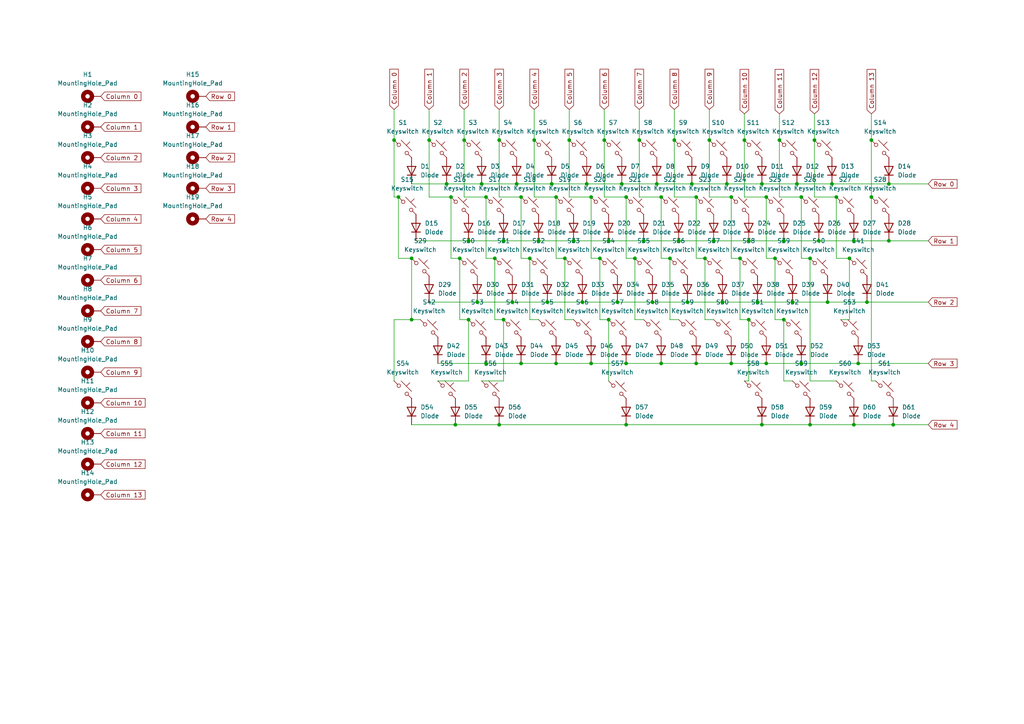
<source format=kicad_sch>
(kicad_sch (version 20231120) (generator "eeschema") (generator_version "8.0")
  (paper "A4")
  (title_block (title "Keyboard - NO MCU") (date "2024-07-24") (rev "v1.0"))
  (lib_symbols
    (symbol "Mechanical:MountingHole_Pad" (pin_numbers hide) (pin_names (offset 1.016) hide) (exclude_from_sim yes) (in_bom no)
      (property "Reference" "H" (at 0 6.35 0))
      (property "Value" "MountingHole_Pad" (at 0 4.445 0))
      (symbol "MountingHole_Pad_1_1"
        (pin input line (at 0 -2.54 90) (length 2.54) (name "1") (number "1"))
      )
    )
    (symbol "ScottoKeebs:Placeholder_Diode" (pin_numbers hide) (pin_names hide)
      (property "Reference" "D" (at 0 2.54 0))
      (property "Value" "Diode" (at 0 -2.54 0))
      (symbol "Placeholder_Diode_1_1"
        (pin passive line (at -3.81 0 0) (length 2.54) (name "K") (number "1"))
        (pin passive line (at 3.81 0 180) (length 2.54) (name "A") (number "2"))
      )
    )
    (symbol "ScottoKeebs:Placeholder_Keyswitch" (pin_numbers hide) (pin_names (offset 1.016) hide)
      (property "Reference" "S" (at 3.048 1.016 0))
      (property "Value" "Keyswitch" (at 0 -3.81 0))
      (symbol "Placeholder_Keyswitch_0_1"
        (pin passive line (at -2.54 2.54 0) (length 0) (name "1") (number "1"))
        (pin passive line (at 2.54 -2.54 180) (length 0) (name "2") (number "2"))
      )
    )
  )
  (junction (at 166.37 69.85))
  (junction (at 200.66 53.34))
  (junction (at 146.05 92.71))
  (junction (at 181.61 105.41))
  (junction (at 237.49 69.85))
  (junction (at 234.95 74.93))
  (junction (at 232.41 105.41))
  (junction (at 160.02 53.34))
  (junction (at 236.22 40.64))
  (junction (at 171.45 105.41))
  (junction (at 129.54 53.34))
  (junction (at 135.89 69.85))
  (junction (at 138.43 87.63))
  (junction (at 191.77 57.15))
  (junction (at 257.81 69.85))
  (junction (at 220.98 123.19))
  (junction (at 133.35 74.93))
  (junction (at 210.82 53.34))
  (junction (at 149.86 53.34))
  (junction (at 212.09 57.15))
  (junction (at 257.81 53.34))
  (junction (at 224.79 74.93))
  (junction (at 180.34 53.34))
  (junction (at 222.25 57.15))
  (junction (at 130.81 57.15))
  (junction (at 199.39 87.63))
  (junction (at 165.1 40.64))
  (junction (at 146.05 69.85))
  (junction (at 212.09 105.41))
  (junction (at 222.25 105.41))
  (junction (at 246.38 74.93))
  (junction (at 151.13 105.41))
  (junction (at 215.9 40.64))
  (junction (at 163.83 74.93))
  (junction (at 186.69 69.85))
  (junction (at 124.46 40.64))
  (junction (at 176.53 69.85))
  (junction (at 161.29 105.41))
  (junction (at 194.31 74.93))
  (junction (at 252.73 57.15))
  (junction (at 184.15 74.93))
  (junction (at 201.93 105.41))
  (junction (at 140.97 57.15))
  (junction (at 185.42 40.64))
  (junction (at 114.3 40.64))
  (junction (at 115.57 57.15))
  (junction (at 259.08 123.19))
  (junction (at 234.95 123.19))
  (junction (at 119.38 92.71))
  (junction (at 190.5 53.34))
  (junction (at 168.91 87.63))
  (junction (at 173.99 74.93))
  (junction (at 219.71 87.63))
  (junction (at 161.29 57.15))
  (junction (at 242.57 57.15))
  (junction (at 143.51 74.93))
  (junction (at 176.53 92.71))
  (junction (at 154.94 40.64))
  (junction (at 134.62 40.64))
  (junction (at 232.41 57.15))
  (junction (at 226.06 40.64))
  (junction (at 132.08 123.19))
  (junction (at 217.17 69.85))
  (junction (at 158.75 87.63))
  (junction (at 195.58 40.64))
  (junction (at 119.38 74.93))
  (junction (at 151.13 57.15))
  (junction (at 189.23 87.63))
  (junction (at 171.45 57.15))
  (junction (at 227.33 92.71))
  (junction (at 204.47 74.93))
  (junction (at 181.61 123.19))
  (junction (at 179.07 87.63))
  (junction (at 144.78 40.64))
  (junction (at 135.89 92.71))
  (junction (at 209.55 87.63))
  (junction (at 153.67 74.93))
  (junction (at 175.26 40.64))
  (junction (at 220.98 53.34))
  (junction (at 247.65 123.19))
  (junction (at 181.61 57.15))
  (junction (at 201.93 57.15))
  (junction (at 241.3 53.34))
  (junction (at 217.17 92.71))
  (junction (at 170.18 53.34))
  (junction (at 247.65 69.85))
  (junction (at 144.78 123.19))
  (junction (at 229.87 87.63))
  (junction (at 252.73 40.64))
  (junction (at 196.85 69.85))
  (junction (at 207.01 69.85))
  (junction (at 139.7 53.34))
  (junction (at 191.77 105.41))
  (junction (at 148.59 87.63))
  (junction (at 227.33 69.85))
  (junction (at 156.21 69.85))
  (junction (at 240.03 87.63))
  (junction (at 251.46 87.63))
  (junction (at 205.74 40.64))
  (junction (at 231.14 53.34))
  (junction (at 140.97 105.41))
  (junction (at 248.92 105.41))
  (junction (at 214.63 74.93))
  (wire (pts (xy 138.43 87.63) (xy 148.59 87.63)))
  (wire (pts (xy 209.55 87.63) (xy 219.71 87.63)))
  (wire (pts (xy 194.31 74.93) (xy 194.31 92.71)))
  (wire (pts (xy 120.65 69.85) (xy 135.89 69.85)))
  (wire (pts (xy 153.67 92.71) (xy 156.21 92.71)))
  (wire (pts (xy 201.93 74.93) (xy 204.47 74.93)))
  (wire (pts (xy 214.63 92.71) (xy 217.17 92.71)))
  (wire (pts (xy 165.1 31.75) (xy 165.1 40.64)))
  (wire (pts (xy 236.22 40.64) (xy 236.22 57.15)))
  (wire (pts (xy 180.34 53.34) (xy 190.5 53.34)))
  (wire (pts (xy 144.78 123.19) (xy 181.61 123.19)))
  (wire (pts (xy 132.08 123.19) (xy 144.78 123.19)))
  (wire (pts (xy 229.87 87.63) (xy 240.03 87.63)))
  (wire (pts (xy 237.49 69.85) (xy 247.65 69.85)))
  (wire (pts (xy 207.01 69.85) (xy 217.17 69.85)))
  (wire (pts (xy 139.7 53.34) (xy 149.86 53.34)))
  (wire (pts (xy 114.3 31.75) (xy 114.3 40.64)))
  (wire (pts (xy 224.79 74.93) (xy 224.79 92.71)))
  (wire (pts (xy 232.41 105.41) (xy 248.92 105.41)))
  (wire (pts (xy 257.81 69.85) (xy 269.24 69.85)))
  (wire (pts (xy 119.38 53.34) (xy 129.54 53.34)))
  (wire (pts (xy 124.46 57.15) (xy 130.81 57.15)))
  (wire (pts (xy 168.91 87.63) (xy 179.07 87.63)))
  (wire (pts (xy 130.81 57.15) (xy 130.81 74.93)))
  (wire (pts (xy 165.1 40.64) (xy 165.1 57.15)))
  (wire (pts (xy 200.66 53.34) (xy 210.82 53.34)))
  (wire (pts (xy 129.54 53.34) (xy 139.7 53.34)))
  (wire (pts (xy 195.58 40.64) (xy 195.58 57.15)))
  (wire (pts (xy 234.95 123.19) (xy 247.65 123.19)))
  (wire (pts (xy 269.24 123.19) (xy 259.08 123.19)))
  (wire (pts (xy 135.89 92.71) (xy 135.89 110.49)))
  (wire (pts (xy 163.83 74.93) (xy 163.83 92.71)))
  (wire (pts (xy 217.17 92.71) (xy 217.17 110.49)))
  (wire (pts (xy 154.94 31.75) (xy 154.94 40.64)))
  (wire (pts (xy 215.9 40.64) (xy 215.9 57.15)))
  (wire (pts (xy 222.25 57.15) (xy 222.25 74.93)))
  (wire (pts (xy 135.89 69.85) (xy 146.05 69.85)))
  (wire (pts (xy 119.38 92.71) (xy 121.92 92.71)))
  (wire (pts (xy 204.47 92.71) (xy 207.01 92.71)))
  (wire (pts (xy 191.77 57.15) (xy 191.77 74.93)))
  (wire (pts (xy 151.13 105.41) (xy 161.29 105.41)))
  (wire (pts (xy 176.53 69.85) (xy 186.69 69.85)))
  (wire (pts (xy 170.18 53.34) (xy 180.34 53.34)))
  (wire (pts (xy 153.67 74.93) (xy 153.67 92.71)))
  (wire (pts (xy 135.89 110.49) (xy 127 110.49)))
  (wire (pts (xy 222.25 74.93) (xy 224.79 74.93)))
  (wire (pts (xy 144.78 57.15) (xy 151.13 57.15)))
  (wire (pts (xy 201.93 57.15) (xy 201.93 74.93)))
  (wire (pts (xy 190.5 53.34) (xy 200.66 53.34)))
  (wire (pts (xy 252.73 33.02) (xy 252.73 40.64)))
  (wire (pts (xy 181.61 123.19) (xy 220.98 123.19)))
  (wire (pts (xy 214.63 74.93) (xy 214.63 92.71)))
  (wire (pts (xy 149.86 53.34) (xy 160.02 53.34)))
  (wire (pts (xy 114.3 40.64) (xy 114.3 57.15)))
  (wire (pts (xy 154.94 40.64) (xy 154.94 57.15)))
  (wire (pts (xy 146.05 92.71) (xy 146.05 110.49)))
  (wire (pts (xy 189.23 87.63) (xy 199.39 87.63)))
  (wire (pts (xy 212.09 105.41) (xy 222.25 105.41)))
  (wire (pts (xy 252.73 110.49) (xy 254 110.49)))
  (wire (pts (xy 269.24 87.63) (xy 251.46 87.63)))
  (wire (pts (xy 184.15 92.71) (xy 186.69 92.71)))
  (wire (pts (xy 247.65 123.19) (xy 259.08 123.19)))
  (wire (pts (xy 114.3 92.71) (xy 114.3 110.49)))
  (wire (pts (xy 234.95 110.49) (xy 242.57 110.49)))
  (wire (pts (xy 257.81 53.34) (xy 269.24 53.34)))
  (wire (pts (xy 242.57 74.93) (xy 246.38 74.93)))
  (wire (pts (xy 220.98 53.34) (xy 231.14 53.34)))
  (wire (pts (xy 184.15 74.93) (xy 184.15 92.71)))
  (wire (pts (xy 134.62 40.64) (xy 134.62 57.15)))
  (wire (pts (xy 212.09 57.15) (xy 212.09 74.93)))
  (wire (pts (xy 144.78 40.64) (xy 144.78 57.15)))
  (wire (pts (xy 231.14 53.34) (xy 241.3 53.34)))
  (wire (pts (xy 127 105.41) (xy 140.97 105.41)))
  (wire (pts (xy 241.3 53.34) (xy 257.81 53.34)))
  (wire (pts (xy 114.3 92.71) (xy 119.38 92.71)))
  (wire (pts (xy 160.02 53.34) (xy 170.18 53.34)))
  (wire (pts (xy 185.42 57.15) (xy 191.77 57.15)))
  (wire (pts (xy 151.13 57.15) (xy 151.13 74.93)))
  (wire (pts (xy 232.41 57.15) (xy 232.41 74.93)))
  (wire (pts (xy 140.97 74.93) (xy 143.51 74.93)))
  (wire (pts (xy 140.97 105.41) (xy 151.13 105.41)))
  (wire (pts (xy 134.62 57.15) (xy 140.97 57.15)))
  (wire (pts (xy 205.74 31.75) (xy 205.74 40.64)))
  (wire (pts (xy 115.57 74.93) (xy 119.38 74.93)))
  (wire (pts (xy 212.09 74.93) (xy 214.63 74.93)))
  (wire (pts (xy 146.05 69.85) (xy 156.21 69.85)))
  (wire (pts (xy 173.99 74.93) (xy 173.99 92.71)))
  (wire (pts (xy 201.93 105.41) (xy 212.09 105.41)))
  (wire (pts (xy 210.82 53.34) (xy 220.98 53.34)))
  (wire (pts (xy 227.33 69.85) (xy 237.49 69.85)))
  (wire (pts (xy 252.73 57.15) (xy 252.73 110.49)))
  (wire (pts (xy 205.74 57.15) (xy 212.09 57.15)))
  (wire (pts (xy 146.05 110.49) (xy 139.7 110.49)))
  (wire (pts (xy 124.46 31.75) (xy 124.46 40.64)))
  (wire (pts (xy 215.9 57.15) (xy 222.25 57.15)))
  (wire (pts (xy 240.03 87.63) (xy 251.46 87.63)))
  (wire (pts (xy 156.21 69.85) (xy 166.37 69.85)))
  (wire (pts (xy 161.29 74.93) (xy 163.83 74.93)))
  (wire (pts (xy 175.26 57.15) (xy 181.61 57.15)))
  (wire (pts (xy 154.94 57.15) (xy 161.29 57.15)))
  (wire (pts (xy 173.99 92.71) (xy 176.53 92.71)))
  (wire (pts (xy 171.45 57.15) (xy 171.45 74.93)))
  (wire (pts (xy 165.1 57.15) (xy 171.45 57.15)))
  (wire (pts (xy 133.35 74.93) (xy 133.35 92.71)))
  (wire (pts (xy 124.46 87.63) (xy 138.43 87.63)))
  (wire (pts (xy 161.29 105.41) (xy 171.45 105.41)))
  (wire (pts (xy 163.83 92.71) (xy 166.37 92.71)))
  (wire (pts (xy 236.22 33.02) (xy 236.22 40.64)))
  (wire (pts (xy 119.38 123.19) (xy 132.08 123.19)))
  (wire (pts (xy 194.31 92.71) (xy 196.85 92.71)))
  (wire (pts (xy 134.62 31.75) (xy 134.62 40.64)))
  (wire (pts (xy 234.95 74.93) (xy 234.95 110.49)))
  (wire (pts (xy 246.38 92.71) (xy 243.84 92.71)))
  (wire (pts (xy 217.17 110.49) (xy 215.9 110.49)))
  (wire (pts (xy 181.61 74.93) (xy 184.15 74.93)))
  (wire (pts (xy 161.29 57.15) (xy 161.29 74.93)))
  (wire (pts (xy 143.51 92.71) (xy 146.05 92.71)))
  (wire (pts (xy 143.51 74.93) (xy 143.51 92.71)))
  (wire (pts (xy 191.77 74.93) (xy 194.31 74.93)))
  (wire (pts (xy 181.61 57.15) (xy 181.61 74.93)))
  (wire (pts (xy 114.3 57.15) (xy 115.57 57.15)))
  (wire (pts (xy 219.71 87.63) (xy 229.87 87.63)))
  (wire (pts (xy 227.33 110.49) (xy 229.87 110.49)))
  (wire (pts (xy 224.79 92.71) (xy 227.33 92.71)))
  (wire (pts (xy 199.39 87.63) (xy 209.55 87.63)))
  (wire (pts (xy 124.46 40.64) (xy 124.46 57.15)))
  (wire (pts (xy 220.98 123.19) (xy 234.95 123.19)))
  (wire (pts (xy 236.22 57.15) (xy 242.57 57.15)))
  (wire (pts (xy 247.65 69.85) (xy 257.81 69.85)))
  (wire (pts (xy 205.74 40.64) (xy 205.74 57.15)))
  (wire (pts (xy 191.77 105.41) (xy 201.93 105.41)))
  (wire (pts (xy 222.25 105.41) (xy 232.41 105.41)))
  (wire (pts (xy 246.38 74.93) (xy 246.38 92.71)))
  (wire (pts (xy 248.92 105.41) (xy 269.24 105.41)))
  (wire (pts (xy 195.58 57.15) (xy 201.93 57.15)))
  (wire (pts (xy 232.41 74.93) (xy 234.95 74.93)))
  (wire (pts (xy 185.42 31.75) (xy 185.42 40.64)))
  (wire (pts (xy 171.45 74.93) (xy 173.99 74.93)))
  (wire (pts (xy 140.97 57.15) (xy 140.97 74.93)))
  (wire (pts (xy 217.17 69.85) (xy 227.33 69.85)))
  (wire (pts (xy 148.59 87.63) (xy 158.75 87.63)))
  (wire (pts (xy 186.69 69.85) (xy 196.85 69.85)))
  (wire (pts (xy 185.42 40.64) (xy 185.42 57.15)))
  (wire (pts (xy 226.06 57.15) (xy 232.41 57.15)))
  (wire (pts (xy 175.26 31.75) (xy 175.26 40.64)))
  (wire (pts (xy 175.26 40.64) (xy 175.26 57.15)))
  (wire (pts (xy 115.57 57.15) (xy 115.57 74.93)))
  (wire (pts (xy 171.45 105.41) (xy 181.61 105.41)))
  (wire (pts (xy 133.35 92.71) (xy 135.89 92.71)))
  (wire (pts (xy 181.61 105.41) (xy 191.77 105.41)))
  (wire (pts (xy 252.73 40.64) (xy 252.73 57.15)))
  (wire (pts (xy 226.06 40.64) (xy 226.06 57.15)))
  (wire (pts (xy 226.06 33.02) (xy 226.06 40.64)))
  (wire (pts (xy 179.07 87.63) (xy 189.23 87.63)))
  (wire (pts (xy 204.47 74.93) (xy 204.47 92.71)))
  (wire (pts (xy 119.38 74.93) (xy 119.38 92.71)))
  (wire (pts (xy 196.85 69.85) (xy 207.01 69.85)))
  (wire (pts (xy 242.57 57.15) (xy 242.57 74.93)))
  (wire (pts (xy 158.75 87.63) (xy 168.91 87.63)))
  (wire (pts (xy 166.37 69.85) (xy 176.53 69.85)))
  (wire (pts (xy 227.33 92.71) (xy 227.33 110.49)))
  (wire (pts (xy 144.78 31.75) (xy 144.78 40.64)))
  (wire (pts (xy 130.81 74.93) (xy 133.35 74.93)))
  (wire (pts (xy 151.13 74.93) (xy 153.67 74.93)))
  (wire (pts (xy 195.58 31.75) (xy 195.58 40.64)))
  (wire (pts (xy 176.53 92.71) (xy 176.53 110.49)))
  (wire (pts (xy 215.9 33.02) (xy 215.9 40.64)))
  (global_label "Column 9" (shape input) (at 29.21 107.95 0) (property "Intersheetrefs" "${INTERSHEET_REFS}" (effects (hide yes))))
  (global_label "Column 0" (shape input) (at 114.3 31.75 90) (property "Intersheetrefs" "${INTERSHEET_REFS}" (effects (hide yes))))
  (global_label "Column 9" (shape input) (at 205.74 31.75 90) (property "Intersheetrefs" "${INTERSHEET_REFS}" (effects (hide yes))))
  (global_label "Column 2" (shape input) (at 29.21 45.72 0) (property "Intersheetrefs" "${INTERSHEET_REFS}" (effects (hide yes))))
  (global_label "Column 12" (shape input) (at 29.21 134.62 0) (property "Intersheetrefs" "${INTERSHEET_REFS}" (effects (hide yes))))
  (global_label "Row 2" (shape input) (at 59.69 45.72 0) (property "Intersheetrefs" "${INTERSHEET_REFS}" (effects (hide yes))))
  (global_label "Column 4" (shape input) (at 154.94 31.75 90) (property "Intersheetrefs" "${INTERSHEET_REFS}" (effects (hide yes))))
  (global_label "Row 2" (shape input) (at 269.24 87.63 0) (property "Intersheetrefs" "${INTERSHEET_REFS}" (effects (hide yes))))
  (global_label "Row 3" (shape input) (at 269.24 105.41 0) (property "Intersheetrefs" "${INTERSHEET_REFS}" (effects (hide yes))))
  (global_label "Column 11" (shape input) (at 29.21 125.73 0) (property "Intersheetrefs" "${INTERSHEET_REFS}" (effects (hide yes))))
  (global_label "Column 6" (shape input) (at 175.26 31.75 90) (property "Intersheetrefs" "${INTERSHEET_REFS}" (effects (hide yes))))
  (global_label "Column 6" (shape input) (at 29.21 81.28 0) (property "Intersheetrefs" "${INTERSHEET_REFS}" (effects (hide yes))))
  (global_label "Column 8" (shape input) (at 29.21 99.06 0) (property "Intersheetrefs" "${INTERSHEET_REFS}" (effects (hide yes))))
  (global_label "Column 1" (shape input) (at 29.21 36.83 0) (property "Intersheetrefs" "${INTERSHEET_REFS}" (effects (hide yes))))
  (global_label "Column 5" (shape input) (at 165.1 31.75 90) (property "Intersheetrefs" "${INTERSHEET_REFS}" (effects (hide yes))))
  (global_label "Column 3" (shape input) (at 29.21 54.61 0) (property "Intersheetrefs" "${INTERSHEET_REFS}" (effects (hide yes))))
  (global_label "Column 11" (shape input) (at 226.06 33.02 90) (property "Intersheetrefs" "${INTERSHEET_REFS}" (effects (hide yes))))
  (global_label "Column 0" (shape input) (at 29.21 27.94 0) (property "Intersheetrefs" "${INTERSHEET_REFS}" (effects (hide yes))))
  (global_label "Row 0" (shape input) (at 59.69 27.94 0) (property "Intersheetrefs" "${INTERSHEET_REFS}" (effects (hide yes))))
  (global_label "Row 4" (shape input) (at 59.69 63.5 0) (property "Intersheetrefs" "${INTERSHEET_REFS}" (effects (hide yes))))
  (global_label "Column 7" (shape input) (at 185.42 31.75 90) (property "Intersheetrefs" "${INTERSHEET_REFS}" (effects (hide yes))))
  (global_label "Row 1" (shape input) (at 269.24 69.85 0) (property "Intersheetrefs" "${INTERSHEET_REFS}" (effects (hide yes))))
  (global_label "Column 7" (shape input) (at 29.21 90.17 0) (property "Intersheetrefs" "${INTERSHEET_REFS}" (effects (hide yes))))
  (global_label "Column 3" (shape input) (at 144.78 31.75 90) (property "Intersheetrefs" "${INTERSHEET_REFS}" (effects (hide yes))))
  (global_label "Column 13" (shape input) (at 29.21 143.51 0) (property "Intersheetrefs" "${INTERSHEET_REFS}" (effects (hide yes))))
  (global_label "Row 0" (shape input) (at 269.24 53.34 0) (property "Intersheetrefs" "${INTERSHEET_REFS}" (effects (hide yes))))
  (global_label "Column 5" (shape input) (at 29.21 72.39 0) (property "Intersheetrefs" "${INTERSHEET_REFS}" (effects (hide yes))))
  (global_label "Column 1" (shape input) (at 124.46 31.75 90) (property "Intersheetrefs" "${INTERSHEET_REFS}" (effects (hide yes))))
  (global_label "Row 3" (shape input) (at 59.69 54.61 0) (property "Intersheetrefs" "${INTERSHEET_REFS}" (effects (hide yes))))
  (global_label "Row 4" (shape input) (at 269.24 123.19 0) (property "Intersheetrefs" "${INTERSHEET_REFS}" (effects (hide yes))))
  (global_label "Column 4" (shape input) (at 29.21 63.5 0) (property "Intersheetrefs" "${INTERSHEET_REFS}" (effects (hide yes))))
  (global_label "Column 13" (shape input) (at 252.73 33.02 90) (property "Intersheetrefs" "${INTERSHEET_REFS}" (effects (hide yes))))
  (global_label "Column 8" (shape input) (at 195.58 31.75 90) (property "Intersheetrefs" "${INTERSHEET_REFS}" (effects (hide yes))))
  (global_label "Column 12" (shape input) (at 236.22 33.02 90) (property "Intersheetrefs" "${INTERSHEET_REFS}" (effects (hide yes))))
  (global_label "Column 10" (shape input) (at 215.9 33.02 90) (property "Intersheetrefs" "${INTERSHEET_REFS}" (effects (hide yes))))
  (global_label "Column 2" (shape input) (at 134.62 31.75 90) (property "Intersheetrefs" "${INTERSHEET_REFS}" (effects (hide yes))))
  (global_label "Column 10" (shape input) (at 29.21 116.84 0) (property "Intersheetrefs" "${INTERSHEET_REFS}" (effects (hide yes))))
  (global_label "Row 1" (shape input) (at 59.69 36.83 0) (property "Intersheetrefs" "${INTERSHEET_REFS}" (effects (hide yes))))
  (symbol (lib_id "ScottoKeebs:Placeholder_Diode") (at 129.54 49.53 90) (unit 1)
    (property "Reference" "D2" (at 132.08 48.2599 90) (effects (justify right)))
    (property "Value" "Diode" (at 132.08 50.7999 90) (effects (justify right)))
    (property "Footprint" "ScottoKeebs_Components:Diode_SOD-123" (effects (hide yes)))
    (property "Description" "1N4148 (DO-35) or 1N4148W (SOD-123)" (effects (hide yes)))
    (property "Sim.Device" "D" (effects (hide yes)))
    (property "Sim.Pins" "1=K 2=A" (effects (hide yes)))
  )
  (symbol (lib_id "ScottoKeebs:Placeholder_Keyswitch") (at 148.59 95.25 0) (unit 1)
    (property "Reference" "S44" (at 148.59 87.63 0))
    (property "Value" "Keyswitch" (at 148.59 90.17 0))
    (property "Footprint" "ScottoKeebs_MX:MX_PCB_1.00u" (effects (hide yes)))
    (property "Description" "Push button switch, normally open, two pins, 45° tilted" (effects (hide yes)))
  )
  (symbol (lib_id "ScottoKeebs:Placeholder_Diode") (at 176.53 66.04 90) (unit 1)
    (property "Reference" "D20" (at 179.07 64.7699 90) (effects (justify right)))
    (property "Value" "Diode" (at 179.07 67.3099 90) (effects (justify right)))
    (property "Footprint" "ScottoKeebs_Components:Diode_SOD-123" (effects (hide yes)))
    (property "Description" "1N4148 (DO-35) or 1N4148W (SOD-123)" (effects (hide yes)))
    (property "Sim.Device" "D" (effects (hide yes)))
    (property "Sim.Pins" "1=K 2=A" (effects (hide yes)))
  )
  (symbol (lib_id "Mechanical:MountingHole_Pad") (at 57.15 36.83 90) (unit 1) (exclude_from_sim yes) (in_bom no)
    (property "Reference" "H16" (at 55.88 30.48 90))
    (property "Value" "MountingHole_Pad" (at 55.88 33.02 90))
    (property "Footprint" "ScottoKeebs_Scotto:TestPoint" (effects (hide yes)))
    (property "Description" "Mounting Hole with connection" (effects (hide yes)))
  )
  (symbol (lib_id "ScottoKeebs:Placeholder_Diode") (at 191.77 101.6 90) (unit 1)
    (property "Reference" "D48" (at 194.31 100.3299 90) (effects (justify right)))
    (property "Value" "Diode" (at 194.31 102.8699 90) (effects (justify right)))
    (property "Footprint" "ScottoKeebs_Components:Diode_SOD-123" (effects (hide yes)))
    (property "Description" "1N4148 (DO-35) or 1N4148W (SOD-123)" (effects (hide yes)))
    (property "Sim.Device" "D" (effects (hide yes)))
    (property "Sim.Pins" "1=K 2=A" (effects (hide yes)))
  )
  (symbol (lib_id "ScottoKeebs:Placeholder_Keyswitch") (at 214.63 59.69 0) (unit 1)
    (property "Reference" "S24" (at 214.63 52.07 0))
    (property "Value" "Keyswitch" (at 214.63 54.61 0))
    (property "Footprint" "ScottoKeebs_MX:MX_PCB_1.00u" (effects (hide yes)))
    (property "Description" "Push button switch, normally open, two pins, 45° tilted" (effects (hide yes)))
  )
  (symbol (lib_id "ScottoKeebs:Placeholder_Diode") (at 181.61 119.38 90) (unit 1)
    (property "Reference" "D57" (at 184.15 118.1099 90) (effects (justify right)))
    (property "Value" "Diode" (at 184.15 120.6499 90) (effects (justify right)))
    (property "Footprint" "ScottoKeebs_Components:Diode_SOD-123" (effects (hide yes)))
    (property "Description" "1N4148 (DO-35) or 1N4148W (SOD-123)" (effects (hide yes)))
    (property "Sim.Device" "D" (effects (hide yes)))
    (property "Sim.Pins" "1=K 2=A" (effects (hide yes)))
  )
  (symbol (lib_id "Mechanical:MountingHole_Pad") (at 26.67 36.83 90) (unit 1) (exclude_from_sim yes) (in_bom no)
    (property "Reference" "H2" (at 25.4 30.48 90))
    (property "Value" "MountingHole_Pad" (at 25.4 33.02 90))
    (property "Footprint" "ScottoKeebs_Scotto:TestPoint" (effects (hide yes)))
    (property "Description" "Mounting Hole with connection" (effects (hide yes)))
  )
  (symbol (lib_id "ScottoKeebs:Placeholder_Diode") (at 190.5 49.53 90) (unit 1)
    (property "Reference" "D8" (at 193.04 48.2599 90) (effects (justify right)))
    (property "Value" "Diode" (at 193.04 50.7999 90) (effects (justify right)))
    (property "Footprint" "ScottoKeebs_Components:Diode_SOD-123" (effects (hide yes)))
    (property "Description" "1N4148 (DO-35) or 1N4148W (SOD-123)" (effects (hide yes)))
    (property "Sim.Device" "D" (effects (hide yes)))
    (property "Sim.Pins" "1=K 2=A" (effects (hide yes)))
  )
  (symbol (lib_id "ScottoKeebs:Placeholder_Keyswitch") (at 256.54 113.03 0) (unit 1)
    (property "Reference" "S61" (at 256.54 105.41 0))
    (property "Value" "Keyswitch" (at 256.54 107.95 0))
    (property "Footprint" "ScottoKeebs_MX:MX_PCB_1.25u" (effects (hide yes)))
    (property "Description" "Push button switch, normally open, two pins, 45° tilted" (effects (hide yes)))
  )
  (symbol (lib_id "ScottoKeebs:Placeholder_Diode") (at 149.86 49.53 90) (unit 1)
    (property "Reference" "D4" (at 152.4 48.2599 90) (effects (justify right)))
    (property "Value" "Diode" (at 152.4 50.7999 90) (effects (justify right)))
    (property "Footprint" "ScottoKeebs_Components:Diode_SOD-123" (effects (hide yes)))
    (property "Description" "1N4148 (DO-35) or 1N4148W (SOD-123)" (effects (hide yes)))
    (property "Sim.Device" "D" (effects (hide yes)))
    (property "Sim.Pins" "1=K 2=A" (effects (hide yes)))
  )
  (symbol (lib_id "ScottoKeebs:Placeholder_Keyswitch") (at 163.83 59.69 0) (unit 1)
    (property "Reference" "S19" (at 163.83 52.07 0))
    (property "Value" "Keyswitch" (at 163.83 54.61 0))
    (property "Footprint" "ScottoKeebs_MX:MX_PCB_1.00u" (effects (hide yes)))
    (property "Description" "Push button switch, normally open, two pins, 45° tilted" (effects (hide yes)))
  )
  (symbol (lib_id "ScottoKeebs:Placeholder_Diode") (at 207.01 66.04 90) (unit 1)
    (property "Reference" "D23" (at 209.55 64.7699 90) (effects (justify right)))
    (property "Value" "Diode" (at 209.55 67.3099 90) (effects (justify right)))
    (property "Footprint" "ScottoKeebs_Components:Diode_SOD-123" (effects (hide yes)))
    (property "Description" "1N4148 (DO-35) or 1N4148W (SOD-123)" (effects (hide yes)))
    (property "Sim.Device" "D" (effects (hide yes)))
    (property "Sim.Pins" "1=K 2=A" (effects (hide yes)))
  )
  (symbol (lib_id "ScottoKeebs:Placeholder_Keyswitch") (at 157.48 43.18 0) (unit 1)
    (property "Reference" "S5" (at 157.48 35.56 0))
    (property "Value" "Keyswitch" (at 157.48 38.1 0))
    (property "Footprint" "ScottoKeebs_MX:MX_PCB_1.00u" (effects (hide yes)))
    (property "Description" "Push button switch, normally open, two pins, 45° tilted" (effects (hide yes)))
  )
  (symbol (lib_id "ScottoKeebs:Placeholder_Keyswitch") (at 248.92 77.47 0) (unit 1)
    (property "Reference" "S41" (at 248.92 69.85 0))
    (property "Value" "Keyswitch" (at 248.92 72.39 0))
    (property "Footprint" "ScottoKeebs_MX:MX_PCB_2.25u" (effects (hide yes)))
    (property "Description" "Push button switch, normally open, two pins, 45° tilted" (effects (hide yes)))
  )
  (symbol (lib_id "ScottoKeebs:Placeholder_Keyswitch") (at 189.23 95.25 0) (unit 1)
    (property "Reference" "S48" (at 189.23 87.63 0))
    (property "Value" "Keyswitch" (at 189.23 90.17 0))
    (property "Footprint" "ScottoKeebs_MX:MX_PCB_1.00u" (effects (hide yes)))
    (property "Description" "Push button switch, normally open, two pins, 45° tilted" (effects (hide yes)))
  )
  (symbol (lib_id "ScottoKeebs:Placeholder_Keyswitch") (at 166.37 77.47 0) (unit 1)
    (property "Reference" "S33" (at 166.37 69.85 0))
    (property "Value" "Keyswitch" (at 166.37 72.39 0))
    (property "Footprint" "ScottoKeebs_MX:MX_PCB_1.00u" (effects (hide yes)))
    (property "Description" "Push button switch, normally open, two pins, 45° tilted" (effects (hide yes)))
  )
  (symbol (lib_id "ScottoKeebs:Placeholder_Keyswitch") (at 186.69 77.47 0) (unit 1)
    (property "Reference" "S35" (at 186.69 69.85 0))
    (property "Value" "Keyswitch" (at 186.69 72.39 0))
    (property "Footprint" "ScottoKeebs_MX:MX_PCB_1.00u" (effects (hide yes)))
    (property "Description" "Push button switch, normally open, two pins, 45° tilted" (effects (hide yes)))
  )
  (symbol (lib_id "ScottoKeebs:Placeholder_Diode") (at 166.37 66.04 90) (unit 1)
    (property "Reference" "D19" (at 168.91 64.7699 90) (effects (justify right)))
    (property "Value" "Diode" (at 168.91 67.3099 90) (effects (justify right)))
    (property "Footprint" "ScottoKeebs_Components:Diode_SOD-123" (effects (hide yes)))
    (property "Description" "1N4148 (DO-35) or 1N4148W (SOD-123)" (effects (hide yes)))
    (property "Sim.Device" "D" (effects (hide yes)))
    (property "Sim.Pins" "1=K 2=A" (effects (hide yes)))
  )
  (symbol (lib_id "ScottoKeebs:Placeholder_Keyswitch") (at 138.43 95.25 0) (unit 1)
    (property "Reference" "S43" (at 138.43 87.63 0))
    (property "Value" "Keyswitch" (at 138.43 90.17 0))
    (property "Footprint" "ScottoKeebs_MX:MX_PCB_1.00u" (effects (hide yes)))
    (property "Description" "Push button switch, normally open, two pins, 45° tilted" (effects (hide yes)))
  )
  (symbol (lib_id "ScottoKeebs:Placeholder_Keyswitch") (at 229.87 95.25 0) (unit 1)
    (property "Reference" "S52" (at 229.87 87.63 0))
    (property "Value" "Keyswitch" (at 229.87 90.17 0))
    (property "Footprint" "ScottoKeebs_MX:MX_PCB_1.00u" (effects (hide yes)))
    (property "Description" "Push button switch, normally open, two pins, 45° tilted" (effects (hide yes)))
  )
  (symbol (lib_id "ScottoKeebs:Placeholder_Keyswitch") (at 153.67 59.69 0) (unit 1)
    (property "Reference" "S18" (at 153.67 52.07 0))
    (property "Value" "Keyswitch" (at 153.67 54.61 0))
    (property "Footprint" "ScottoKeebs_MX:MX_PCB_1.00u" (effects (hide yes)))
    (property "Description" "Push button switch, normally open, two pins, 45° tilted" (effects (hide yes)))
  )
  (symbol (lib_id "ScottoKeebs:Placeholder_Diode") (at 170.18 49.53 90) (unit 1)
    (property "Reference" "D6" (at 172.72 48.2599 90) (effects (justify right)))
    (property "Value" "Diode" (at 172.72 50.7999 90) (effects (justify right)))
    (property "Footprint" "ScottoKeebs_Components:Diode_SOD-123" (effects (hide yes)))
    (property "Description" "1N4148 (DO-35) or 1N4148W (SOD-123)" (effects (hide yes)))
    (property "Sim.Device" "D" (effects (hide yes)))
    (property "Sim.Pins" "1=K 2=A" (effects (hide yes)))
  )
  (symbol (lib_id "ScottoKeebs:Placeholder_Diode") (at 144.78 119.38 90) (unit 1)
    (property "Reference" "D56" (at 147.32 118.1099 90) (effects (justify right)))
    (property "Value" "Diode" (at 147.32 120.6499 90) (effects (justify right)))
    (property "Footprint" "ScottoKeebs_Components:Diode_SOD-123" (effects (hide yes)))
    (property "Description" "1N4148 (DO-35) or 1N4148W (SOD-123)" (effects (hide yes)))
    (property "Sim.Device" "D" (effects (hide yes)))
    (property "Sim.Pins" "1=K 2=A" (effects (hide yes)))
  )
  (symbol (lib_id "ScottoKeebs:Placeholder_Keyswitch") (at 168.91 95.25 0) (unit 1)
    (property "Reference" "S46" (at 168.91 87.63 0))
    (property "Value" "Keyswitch" (at 168.91 90.17 0))
    (property "Footprint" "ScottoKeebs_MX:MX_PCB_1.00u" (effects (hide yes)))
    (property "Description" "Push button switch, normally open, two pins, 45° tilted" (effects (hide yes)))
  )
  (symbol (lib_id "Mechanical:MountingHole_Pad") (at 26.67 99.06 90) (unit 1) (exclude_from_sim yes) (in_bom no)
    (property "Reference" "H9" (at 25.4 92.71 90))
    (property "Value" "MountingHole_Pad" (at 25.4 95.25 90))
    (property "Footprint" "ScottoKeebs_Scotto:TestPoint" (effects (hide yes)))
    (property "Description" "Mounting Hole with connection" (effects (hide yes)))
  )
  (symbol (lib_id "ScottoKeebs:Placeholder_Diode") (at 161.29 101.6 90) (unit 1)
    (property "Reference" "D45" (at 163.83 100.3299 90) (effects (justify right)))
    (property "Value" "Diode" (at 163.83 102.8699 90) (effects (justify right)))
    (property "Footprint" "ScottoKeebs_Components:Diode_SOD-123" (effects (hide yes)))
    (property "Description" "1N4148 (DO-35) or 1N4148W (SOD-123)" (effects (hide yes)))
    (property "Sim.Device" "D" (effects (hide yes)))
    (property "Sim.Pins" "1=K 2=A" (effects (hide yes)))
  )
  (symbol (lib_id "Mechanical:MountingHole_Pad") (at 26.67 134.62 90) (unit 1) (exclude_from_sim yes) (in_bom no)
    (property "Reference" "H13" (at 25.4 128.27 90))
    (property "Value" "MountingHole_Pad" (at 25.4 130.81 90))
    (property "Footprint" "ScottoKeebs_Scotto:TestPoint" (effects (hide yes)))
    (property "Description" "Mounting Hole with connection" (effects (hide yes)))
  )
  (symbol (lib_id "ScottoKeebs:Placeholder_Keyswitch") (at 194.31 59.69 0) (unit 1)
    (property "Reference" "S22" (at 194.31 52.07 0))
    (property "Value" "Keyswitch" (at 194.31 54.61 0))
    (property "Footprint" "ScottoKeebs_MX:MX_PCB_1.00u" (effects (hide yes)))
    (property "Description" "Push button switch, normally open, two pins, 45° tilted" (effects (hide yes)))
  )
  (symbol (lib_id "ScottoKeebs:Placeholder_Diode") (at 151.13 101.6 90) (unit 1)
    (property "Reference" "D44" (at 153.67 100.3299 90) (effects (justify right)))
    (property "Value" "Diode" (at 153.67 102.8699 90) (effects (justify right)))
    (property "Footprint" "ScottoKeebs_Components:Diode_SOD-123" (effects (hide yes)))
    (property "Description" "1N4148 (DO-35) or 1N4148W (SOD-123)" (effects (hide yes)))
    (property "Sim.Device" "D" (effects (hide yes)))
    (property "Sim.Pins" "1=K 2=A" (effects (hide yes)))
  )
  (symbol (lib_id "Mechanical:MountingHole_Pad") (at 57.15 45.72 90) (unit 1) (exclude_from_sim yes) (in_bom no)
    (property "Reference" "H17" (at 55.88 39.37 90))
    (property "Value" "MountingHole_Pad" (at 55.88 41.91 90))
    (property "Footprint" "ScottoKeebs_Scotto:TestPoint" (effects (hide yes)))
    (property "Description" "Mounting Hole with connection" (effects (hide yes)))
  )
  (symbol (lib_id "ScottoKeebs:Placeholder_Keyswitch") (at 137.16 43.18 0) (unit 1)
    (property "Reference" "S3" (at 137.16 35.56 0))
    (property "Value" "Keyswitch" (at 137.16 38.1 0))
    (property "Footprint" "ScottoKeebs_MX:MX_PCB_1.00u" (effects (hide yes)))
    (property "Description" "Push button switch, normally open, two pins, 45° tilted" (effects (hide yes)))
  )
  (symbol (lib_id "ScottoKeebs:Placeholder_Keyswitch") (at 208.28 43.18 0) (unit 1)
    (property "Reference" "S10" (at 208.28 35.56 0))
    (property "Value" "Keyswitch" (at 208.28 38.1 0))
    (property "Footprint" "ScottoKeebs_MX:MX_PCB_1.00u" (effects (hide yes)))
    (property "Description" "Push button switch, normally open, two pins, 45° tilted" (effects (hide yes)))
  )
  (symbol (lib_id "ScottoKeebs:Placeholder_Diode") (at 247.65 119.38 90) (unit 1)
    (property "Reference" "D60" (at 250.19 118.1099 90) (effects (justify right)))
    (property "Value" "Diode" (at 250.19 120.6499 90) (effects (justify right)))
    (property "Footprint" "ScottoKeebs_Components:Diode_SOD-123" (effects (hide yes)))
    (property "Description" "1N4148 (DO-35) or 1N4148W (SOD-123)" (effects (hide yes)))
    (property "Sim.Device" "D" (effects (hide yes)))
    (property "Sim.Pins" "1=K 2=A" (effects (hide yes)))
  )
  (symbol (lib_id "ScottoKeebs:Placeholder_Keyswitch") (at 146.05 77.47 0) (unit 1)
    (property "Reference" "S31" (at 146.05 69.85 0))
    (property "Value" "Keyswitch" (at 146.05 72.39 0))
    (property "Footprint" "ScottoKeebs_MX:MX_PCB_1.00u" (effects (hide yes)))
    (property "Description" "Push button switch, normally open, two pins, 45° tilted" (effects (hide yes)))
  )
  (symbol (lib_id "ScottoKeebs:Placeholder_Diode") (at 127 101.6 90) (unit 1)
    (property "Reference" "D42" (at 129.54 100.3299 90) (effects (justify right)))
    (property "Value" "Diode" (at 129.54 102.8699 90) (effects (justify right)))
    (property "Footprint" "ScottoKeebs_Components:Diode_SOD-123" (effects (hide yes)))
    (property "Description" "1N4148 (DO-35) or 1N4148W (SOD-123)" (effects (hide yes)))
    (property "Sim.Device" "D" (effects (hide yes)))
    (property "Sim.Pins" "1=K 2=A" (effects (hide yes)))
  )
  (symbol (lib_id "ScottoKeebs:Placeholder_Diode") (at 241.3 49.53 90) (unit 1)
    (property "Reference" "D13" (at 243.84 48.2599 90) (effects (justify right)))
    (property "Value" "Diode" (at 243.84 50.7999 90) (effects (justify right)))
    (property "Footprint" "ScottoKeebs_Components:Diode_SOD-123" (effects (hide yes)))
    (property "Description" "1N4148 (DO-35) or 1N4148W (SOD-123)" (effects (hide yes)))
    (property "Sim.Device" "D" (effects (hide yes)))
    (property "Sim.Pins" "1=K 2=A" (effects (hide yes)))
  )
  (symbol (lib_id "ScottoKeebs:Placeholder_Diode") (at 232.41 101.6 90) (unit 1)
    (property "Reference" "D52" (at 234.95 100.3299 90) (effects (justify right)))
    (property "Value" "Diode" (at 234.95 102.8699 90) (effects (justify right)))
    (property "Footprint" "ScottoKeebs_Components:Diode_SOD-123" (effects (hide yes)))
    (property "Description" "1N4148 (DO-35) or 1N4148W (SOD-123)" (effects (hide yes)))
    (property "Sim.Device" "D" (effects (hide yes)))
    (property "Sim.Pins" "1=K 2=A" (effects (hide yes)))
  )
  (symbol (lib_id "ScottoKeebs:Placeholder_Keyswitch") (at 199.39 95.25 0) (unit 1)
    (property "Reference" "S49" (at 199.39 87.63 0))
    (property "Value" "Keyswitch" (at 199.39 90.17 0))
    (property "Footprint" "ScottoKeebs_MX:MX_PCB_1.00u" (effects (hide yes)))
    (property "Description" "Push button switch, normally open, two pins, 45° tilted" (effects (hide yes)))
  )
  (symbol (lib_id "ScottoKeebs:Placeholder_Keyswitch") (at 116.84 43.18 0) (unit 1)
    (property "Reference" "S1" (at 116.84 35.56 0))
    (property "Value" "Keyswitch" (at 116.84 38.1 0))
    (property "Footprint" "ScottoKeebs_MX:MX_PCB_1.00u" (effects (hide yes)))
    (property "Description" "Push button switch, normally open, two pins, 45° tilted" (effects (hide yes)))
  )
  (symbol (lib_id "ScottoKeebs:Placeholder_Keyswitch") (at 245.11 59.69 0) (unit 1)
    (property "Reference" "S27" (at 245.11 52.07 0))
    (property "Value" "Keyswitch" (at 245.11 54.61 0))
    (property "Footprint" "ScottoKeebs_MX:MX_PCB_1.00u" (effects (hide yes)))
    (property "Description" "Push button switch, normally open, two pins, 45° tilted" (effects (hide yes)))
  )
  (symbol (lib_id "ScottoKeebs:Placeholder_Keyswitch") (at 255.27 43.18 0) (unit 1)
    (property "Reference" "S14" (at 255.27 35.56 0))
    (property "Value" "Keyswitch" (at 255.27 38.1 0))
    (property "Footprint" "ScottoKeebs_MX:MX_PCB_2.00u" (effects (hide yes)))
    (property "Description" "Push button switch, normally open, two pins, 45° tilted" (effects (hide yes)))
  )
  (symbol (lib_id "ScottoKeebs:Placeholder_Diode") (at 220.98 119.38 90) (unit 1)
    (property "Reference" "D58" (at 223.52 118.1099 90) (effects (justify right)))
    (property "Value" "Diode" (at 223.52 120.6499 90) (effects (justify right)))
    (property "Footprint" "ScottoKeebs_Components:Diode_SOD-123" (effects (hide yes)))
    (property "Description" "1N4148 (DO-35) or 1N4148W (SOD-123)" (effects (hide yes)))
    (property "Sim.Device" "D" (effects (hide yes)))
    (property "Sim.Pins" "1=K 2=A" (effects (hide yes)))
  )
  (symbol (lib_id "Mechanical:MountingHole_Pad") (at 26.67 143.51 90) (unit 1) (exclude_from_sim yes) (in_bom no)
    (property "Reference" "H14" (at 25.4 137.16 90))
    (property "Value" "MountingHole_Pad" (at 25.4 139.7 90))
    (property "Footprint" "ScottoKeebs_Scotto:TestPoint" (effects (hide yes)))
    (property "Description" "Mounting Hole with connection" (effects (hide yes)))
  )
  (symbol (lib_id "ScottoKeebs:Placeholder_Keyswitch") (at 217.17 77.47 0) (unit 1)
    (property "Reference" "S38" (at 217.17 69.85 0))
    (property "Value" "Keyswitch" (at 217.17 72.39 0))
    (property "Footprint" "ScottoKeebs_MX:MX_PCB_1.00u" (effects (hide yes)))
    (property "Description" "Push button switch, normally open, two pins, 45° tilted" (effects (hide yes)))
  )
  (symbol (lib_id "ScottoKeebs:Placeholder_Diode") (at 140.97 101.6 90) (unit 1)
    (property "Reference" "D43" (at 143.51 100.3299 90) (effects (justify right)))
    (property "Value" "Diode" (at 143.51 102.8699 90) (effects (justify right)))
    (property "Footprint" "ScottoKeebs_Components:Diode_SOD-123" (effects (hide yes)))
    (property "Description" "1N4148 (DO-35) or 1N4148W (SOD-123)" (effects (hide yes)))
    (property "Sim.Device" "D" (effects (hide yes)))
    (property "Sim.Pins" "1=K 2=A" (effects (hide yes)))
  )
  (symbol (lib_id "ScottoKeebs:Placeholder_Diode") (at 219.71 83.82 90) (unit 1)
    (property "Reference" "D38" (at 222.25 82.5499 90) (effects (justify right)))
    (property "Value" "Diode" (at 222.25 85.0899 90) (effects (justify right)))
    (property "Footprint" "ScottoKeebs_Components:Diode_SOD-123" (effects (hide yes)))
    (property "Description" "1N4148 (DO-35) or 1N4148W (SOD-123)" (effects (hide yes)))
    (property "Sim.Device" "D" (effects (hide yes)))
    (property "Sim.Pins" "1=K 2=A" (effects (hide yes)))
  )
  (symbol (lib_id "ScottoKeebs:Placeholder_Diode") (at 234.95 119.38 90) (unit 1)
    (property "Reference" "D59" (at 237.49 118.1099 90) (effects (justify right)))
    (property "Value" "Diode" (at 237.49 120.6499 90) (effects (justify right)))
    (property "Footprint" "ScottoKeebs_Components:Diode_SOD-123" (effects (hide yes)))
    (property "Description" "1N4148 (DO-35) or 1N4148W (SOD-123)" (effects (hide yes)))
    (property "Sim.Device" "D" (effects (hide yes)))
    (property "Sim.Pins" "1=K 2=A" (effects (hide yes)))
  )
  (symbol (lib_id "ScottoKeebs:Placeholder_Diode") (at 240.03 83.82 90) (unit 1)
    (property "Reference" "D40" (at 242.57 82.5499 90) (effects (justify right)))
    (property "Value" "Diode" (at 242.57 85.0899 90) (effects (justify right)))
    (property "Footprint" "ScottoKeebs_Components:Diode_SOD-123" (effects (hide yes)))
    (property "Description" "1N4148 (DO-35) or 1N4148W (SOD-123)" (effects (hide yes)))
    (property "Sim.Device" "D" (effects (hide yes)))
    (property "Sim.Pins" "1=K 2=A" (effects (hide yes)))
  )
  (symbol (lib_id "ScottoKeebs:Placeholder_Diode") (at 212.09 101.6 90) (unit 1)
    (property "Reference" "D50" (at 214.63 100.3299 90) (effects (justify right)))
    (property "Value" "Diode" (at 214.63 102.8699 90) (effects (justify right)))
    (property "Footprint" "ScottoKeebs_Components:Diode_SOD-123" (effects (hide yes)))
    (property "Description" "1N4148 (DO-35) or 1N4148W (SOD-123)" (effects (hide yes)))
    (property "Sim.Device" "D" (effects (hide yes)))
    (property "Sim.Pins" "1=K 2=A" (effects (hide yes)))
  )
  (symbol (lib_id "Mechanical:MountingHole_Pad") (at 26.67 63.5 90) (unit 1) (exclude_from_sim yes) (in_bom no)
    (property "Reference" "H5" (at 25.4 57.15 90))
    (property "Value" "MountingHole_Pad" (at 25.4 59.69 90))
    (property "Footprint" "ScottoKeebs_Scotto:TestPoint" (effects (hide yes)))
    (property "Description" "Mounting Hole with connection" (effects (hide yes)))
  )
  (symbol (lib_id "Mechanical:MountingHole_Pad") (at 57.15 63.5 90) (unit 1) (exclude_from_sim yes) (in_bom no)
    (property "Reference" "H19" (at 55.88 57.15 90))
    (property "Value" "MountingHole_Pad" (at 55.88 59.69 90))
    (property "Footprint" "ScottoKeebs_Scotto:TestPoint" (effects (hide yes)))
    (property "Description" "Mounting Hole with connection" (effects (hide yes)))
  )
  (symbol (lib_id "Mechanical:MountingHole_Pad") (at 26.67 81.28 90) (unit 1) (exclude_from_sim yes) (in_bom no)
    (property "Reference" "H7" (at 25.4 74.93 90))
    (property "Value" "MountingHole_Pad" (at 25.4 77.47 90))
    (property "Footprint" "ScottoKeebs_Scotto:TestPoint" (effects (hide yes)))
    (property "Description" "Mounting Hole with connection" (effects (hide yes)))
  )
  (symbol (lib_id "ScottoKeebs:Placeholder_Diode") (at 180.34 49.53 90) (unit 1)
    (property "Reference" "D7" (at 182.88 48.2599 90) (effects (justify right)))
    (property "Value" "Diode" (at 182.88 50.7999 90) (effects (justify right)))
    (property "Footprint" "ScottoKeebs_Components:Diode_SOD-123" (effects (hide yes)))
    (property "Description" "1N4148 (DO-35) or 1N4148W (SOD-123)" (effects (hide yes)))
    (property "Sim.Device" "D" (effects (hide yes)))
    (property "Sim.Pins" "1=K 2=A" (effects (hide yes)))
  )
  (symbol (lib_id "ScottoKeebs:Placeholder_Diode") (at 231.14 49.53 90) (unit 1)
    (property "Reference" "D12" (at 233.68 48.2599 90) (effects (justify right)))
    (property "Value" "Diode" (at 233.68 50.7999 90) (effects (justify right)))
    (property "Footprint" "ScottoKeebs_Components:Diode_SOD-123" (effects (hide yes)))
    (property "Description" "1N4148 (DO-35) or 1N4148W (SOD-123)" (effects (hide yes)))
    (property "Sim.Device" "D" (effects (hide yes)))
    (property "Sim.Pins" "1=K 2=A" (effects (hide yes)))
  )
  (symbol (lib_id "ScottoKeebs:Placeholder_Keyswitch") (at 245.11 113.03 0) (unit 1)
    (property "Reference" "S60" (at 245.11 105.41 0))
    (property "Value" "Keyswitch" (at 245.11 107.95 0))
    (property "Footprint" "ScottoKeebs_MX:MX_PCB_1.25u" (effects (hide yes)))
    (property "Description" "Push button switch, normally open, two pins, 45° tilted" (effects (hide yes)))
  )
  (symbol (lib_id "ScottoKeebs:Placeholder_Diode") (at 257.81 66.04 90) (unit 1)
    (property "Reference" "D28" (at 260.35 64.7699 90) (effects (justify right)))
    (property "Value" "Diode" (at 260.35 67.3099 90) (effects (justify right)))
    (property "Footprint" "ScottoKeebs_Components:Diode_SOD-123" (effects (hide yes)))
    (property "Description" "1N4148 (DO-35) or 1N4148W (SOD-123)" (effects (hide yes)))
    (property "Sim.Device" "D" (effects (hide yes)))
    (property "Sim.Pins" "1=K 2=A" (effects (hide yes)))
  )
  (symbol (lib_id "ScottoKeebs:Placeholder_Diode") (at 237.49 66.04 90) (unit 1)
    (property "Reference" "D26" (at 240.03 64.7699 90) (effects (justify right)))
    (property "Value" "Diode" (at 240.03 67.3099 90) (effects (justify right)))
    (property "Footprint" "ScottoKeebs_Components:Diode_SOD-123" (effects (hide yes)))
    (property "Description" "1N4148 (DO-35) or 1N4148W (SOD-123)" (effects (hide yes)))
    (property "Sim.Device" "D" (effects (hide yes)))
    (property "Sim.Pins" "1=K 2=A" (effects (hide yes)))
  )
  (symbol (lib_id "ScottoKeebs:Placeholder_Diode") (at 210.82 49.53 90) (unit 1)
    (property "Reference" "D10" (at 213.36 48.2599 90) (effects (justify right)))
    (property "Value" "Diode" (at 213.36 50.7999 90) (effects (justify right)))
    (property "Footprint" "ScottoKeebs_Components:Diode_SOD-123" (effects (hide yes)))
    (property "Description" "1N4148 (DO-35) or 1N4148W (SOD-123)" (effects (hide yes)))
    (property "Sim.Device" "D" (effects (hide yes)))
    (property "Sim.Pins" "1=K 2=A" (effects (hide yes)))
  )
  (symbol (lib_id "ScottoKeebs:Placeholder_Keyswitch") (at 218.44 43.18 0) (unit 1)
    (property "Reference" "S11" (at 218.44 35.56 0))
    (property "Value" "Keyswitch" (at 218.44 38.1 0))
    (property "Footprint" "ScottoKeebs_MX:MX_PCB_1.00u" (effects (hide yes)))
    (property "Description" "Push button switch, normally open, two pins, 45° tilted" (effects (hide yes)))
  )
  (symbol (lib_id "ScottoKeebs:Placeholder_Keyswitch") (at 173.99 59.69 0) (unit 1)
    (property "Reference" "S20" (at 173.99 52.07 0))
    (property "Value" "Keyswitch" (at 173.99 54.61 0))
    (property "Footprint" "ScottoKeebs_MX:MX_PCB_1.00u" (effects (hide yes)))
    (property "Description" "Push button switch, normally open, two pins, 45° tilted" (effects (hide yes)))
  )
  (symbol (lib_id "ScottoKeebs:Placeholder_Keyswitch") (at 207.01 77.47 0) (unit 1)
    (property "Reference" "S37" (at 207.01 69.85 0))
    (property "Value" "Keyswitch" (at 207.01 72.39 0))
    (property "Footprint" "ScottoKeebs_MX:MX_PCB_1.00u" (effects (hide yes)))
    (property "Description" "Push button switch, normally open, two pins, 45° tilted" (effects (hide yes)))
  )
  (symbol (lib_id "Mechanical:MountingHole_Pad") (at 57.15 27.94 90) (unit 1) (exclude_from_sim yes) (in_bom no)
    (property "Reference" "H15" (at 55.88 21.59 90))
    (property "Value" "MountingHole_Pad" (at 55.88 24.13 90))
    (property "Footprint" "ScottoKeebs_Scotto:TestPoint" (effects (hide yes)))
    (property "Description" "Mounting Hole with connection" (effects (hide yes)))
  )
  (symbol (lib_id "ScottoKeebs:Placeholder_Diode") (at 248.92 101.6 90) (unit 1)
    (property "Reference" "D53" (at 251.46 100.3299 90) (effects (justify right)))
    (property "Value" "Diode" (at 251.46 102.8699 90) (effects (justify right)))
    (property "Footprint" "ScottoKeebs_Components:Diode_SOD-123" (effects (hide yes)))
    (property "Description" "1N4148 (DO-35) or 1N4148W (SOD-123)" (effects (hide yes)))
    (property "Sim.Device" "D" (effects (hide yes)))
    (property "Sim.Pins" "1=K 2=A" (effects (hide yes)))
  )
  (symbol (lib_id "ScottoKeebs:Placeholder_Keyswitch") (at 198.12 43.18 0) (unit 1)
    (property "Reference" "S9" (at 198.12 35.56 0))
    (property "Value" "Keyswitch" (at 198.12 38.1 0))
    (property "Footprint" "ScottoKeebs_MX:MX_PCB_1.00u" (effects (hide yes)))
    (property "Description" "Push button switch, normally open, two pins, 45° tilted" (effects (hide yes)))
  )
  (symbol (lib_id "ScottoKeebs:Placeholder_Keyswitch") (at 187.96 43.18 0) (unit 1)
    (property "Reference" "S8" (at 187.96 35.56 0))
    (property "Value" "Keyswitch" (at 187.96 38.1 0))
    (property "Footprint" "ScottoKeebs_MX:MX_PCB_1.00u" (effects (hide yes)))
    (property "Description" "Push button switch, normally open, two pins, 45° tilted" (effects (hide yes)))
  )
  (symbol (lib_id "ScottoKeebs:Placeholder_Keyswitch") (at 135.89 77.47 0) (unit 1)
    (property "Reference" "S30" (at 135.89 69.85 0))
    (property "Value" "Keyswitch" (at 135.89 72.39 0))
    (property "Footprint" "ScottoKeebs_MX:MX_PCB_1.00u" (effects (hide yes)))
    (property "Description" "Push button switch, normally open, two pins, 45° tilted" (effects (hide yes)))
  )
  (symbol (lib_id "ScottoKeebs:Placeholder_Diode") (at 171.45 101.6 90) (unit 1)
    (property "Reference" "D46" (at 173.99 100.3299 90) (effects (justify right)))
    (property "Value" "Diode" (at 173.99 102.8699 90) (effects (justify right)))
    (property "Footprint" "ScottoKeebs_Components:Diode_SOD-123" (effects (hide yes)))
    (property "Description" "1N4148 (DO-35) or 1N4148W (SOD-123)" (effects (hide yes)))
    (property "Sim.Device" "D" (effects (hide yes)))
    (property "Sim.Pins" "1=K 2=A" (effects (hide yes)))
  )
  (symbol (lib_id "Mechanical:MountingHole_Pad") (at 26.67 116.84 90) (unit 1) (exclude_from_sim yes) (in_bom no)
    (property "Reference" "H11" (at 25.4 110.49 90))
    (property "Value" "MountingHole_Pad" (at 25.4 113.03 90))
    (property "Footprint" "ScottoKeebs_Scotto:TestPoint" (effects (hide yes)))
    (property "Description" "Mounting Hole with connection" (effects (hide yes)))
  )
  (symbol (lib_id "ScottoKeebs:Placeholder_Diode") (at 200.66 49.53 90) (unit 1)
    (property "Reference" "D9" (at 203.2 48.2599 90) (effects (justify right)))
    (property "Value" "Diode" (at 203.2 50.7999 90) (effects (justify right)))
    (property "Footprint" "ScottoKeebs_Components:Diode_SOD-123" (effects (hide yes)))
    (property "Description" "1N4148 (DO-35) or 1N4148W (SOD-123)" (effects (hide yes)))
    (property "Sim.Device" "D" (effects (hide yes)))
    (property "Sim.Pins" "1=K 2=A" (effects (hide yes)))
  )
  (symbol (lib_id "ScottoKeebs:Placeholder_Keyswitch") (at 124.46 95.25 0) (unit 1)
    (property "Reference" "S42" (at 124.46 87.63 0))
    (property "Value" "Keyswitch" (at 124.46 90.17 0))
    (property "Footprint" "ScottoKeebs_MX:MX_PCB_2.25u" (effects (hide yes)))
    (property "Description" "Push button switch, normally open, two pins, 45° tilted" (effects (hide yes)))
  )
  (symbol (lib_id "ScottoKeebs:Placeholder_Diode") (at 138.43 83.82 90) (unit 1)
    (property "Reference" "D30" (at 140.97 82.5499 90) (effects (justify right)))
    (property "Value" "Diode" (at 140.97 85.0899 90) (effects (justify right)))
    (property "Footprint" "ScottoKeebs_Components:Diode_SOD-123" (effects (hide yes)))
    (property "Description" "1N4148 (DO-35) or 1N4148W (SOD-123)" (effects (hide yes)))
    (property "Sim.Device" "D" (effects (hide yes)))
    (property "Sim.Pins" "1=K 2=A" (effects (hide yes)))
  )
  (symbol (lib_id "Mechanical:MountingHole_Pad") (at 26.67 107.95 90) (unit 1) (exclude_from_sim yes) (in_bom no)
    (property "Reference" "H10" (at 25.4 101.6 90))
    (property "Value" "MountingHole_Pad" (at 25.4 104.14 90))
    (property "Footprint" "ScottoKeebs_Scotto:TestPoint" (effects (hide yes)))
    (property "Description" "Mounting Hole with connection" (effects (hide yes)))
  )
  (symbol (lib_id "ScottoKeebs:Placeholder_Diode") (at 139.7 49.53 90) (unit 1)
    (property "Reference" "D3" (at 142.24 48.2599 90) (effects (justify right)))
    (property "Value" "Diode" (at 142.24 50.7999 90) (effects (justify right)))
    (property "Footprint" "ScottoKeebs_Components:Diode_SOD-123" (effects (hide yes)))
    (property "Description" "1N4148 (DO-35) or 1N4148W (SOD-123)" (effects (hide yes)))
    (property "Sim.Device" "D" (effects (hide yes)))
    (property "Sim.Pins" "1=K 2=A" (effects (hide yes)))
  )
  (symbol (lib_id "ScottoKeebs:Placeholder_Diode") (at 217.17 66.04 90) (unit 1)
    (property "Reference" "D24" (at 219.71 64.7699 90) (effects (justify right)))
    (property "Value" "Diode" (at 219.71 67.3099 90) (effects (justify right)))
    (property "Footprint" "ScottoKeebs_Components:Diode_SOD-123" (effects (hide yes)))
    (property "Description" "1N4148 (DO-35) or 1N4148W (SOD-123)" (effects (hide yes)))
    (property "Sim.Device" "D" (effects (hide yes)))
    (property "Sim.Pins" "1=K 2=A" (effects (hide yes)))
  )
  (symbol (lib_id "ScottoKeebs:Placeholder_Keyswitch") (at 238.76 43.18 0) (unit 1)
    (property "Reference" "S13" (at 238.76 35.56 0))
    (property "Value" "Keyswitch" (at 238.76 38.1 0))
    (property "Footprint" "ScottoKeebs_MX:MX_PCB_1.00u" (effects (hide yes)))
    (property "Description" "Push button switch, normally open, two pins, 45° tilted" (effects (hide yes)))
  )
  (symbol (lib_id "ScottoKeebs:Placeholder_Keyswitch") (at 142.24 113.03 0) (unit 1)
    (property "Reference" "S56" (at 142.24 105.41 0))
    (property "Value" "Keyswitch" (at 142.24 107.95 0))
    (property "Footprint" "ScottoKeebs_MX:MX_PCB_1.25u" (effects (hide yes)))
    (property "Description" "Push button switch, normally open, two pins, 45° tilted" (effects (hide yes)))
  )
  (symbol (lib_id "ScottoKeebs:Placeholder_Diode") (at 120.65 66.04 90) (unit 1)
    (property "Reference" "D15" (at 123.19 64.7699 90) (effects (justify right)))
    (property "Value" "Diode" (at 123.19 67.3099 90) (effects (justify right)))
    (property "Footprint" "ScottoKeebs_Components:Diode_SOD-123" (effects (hide yes)))
    (property "Description" "1N4148 (DO-35) or 1N4148W (SOD-123)" (effects (hide yes)))
    (property "Sim.Device" "D" (effects (hide yes)))
    (property "Sim.Pins" "1=K 2=A" (effects (hide yes)))
  )
  (symbol (lib_id "ScottoKeebs:Placeholder_Diode") (at 181.61 101.6 90) (unit 1)
    (property "Reference" "D47" (at 184.15 100.3299 90) (effects (justify right)))
    (property "Value" "Diode" (at 184.15 102.8699 90) (effects (justify right)))
    (property "Footprint" "ScottoKeebs_Components:Diode_SOD-123" (effects (hide yes)))
    (property "Description" "1N4148 (DO-35) or 1N4148W (SOD-123)" (effects (hide yes)))
    (property "Sim.Device" "D" (effects (hide yes)))
    (property "Sim.Pins" "1=K 2=A" (effects (hide yes)))
  )
  (symbol (lib_id "ScottoKeebs:Placeholder_Keyswitch") (at 232.41 113.03 0) (unit 1)
    (property "Reference" "S59" (at 232.41 105.41 0))
    (property "Value" "Keyswitch" (at 232.41 107.95 0))
    (property "Footprint" "ScottoKeebs_MX:MX_PCB_1.25u" (effects (hide yes)))
    (property "Description" "Push button switch, normally open, two pins, 45° tilted" (effects (hide yes)))
  )
  (symbol (lib_id "ScottoKeebs:Placeholder_Keyswitch") (at 219.71 95.25 0) (unit 1)
    (property "Reference" "S51" (at 219.71 87.63 0))
    (property "Value" "Keyswitch" (at 219.71 90.17 0))
    (property "Footprint" "ScottoKeebs_MX:MX_PCB_1.00u" (effects (hide yes)))
    (property "Description" "Push button switch, normally open, two pins, 45° tilted" (effects (hide yes)))
  )
  (symbol (lib_id "ScottoKeebs:Placeholder_Diode") (at 179.07 83.82 90) (unit 1)
    (property "Reference" "D34" (at 181.61 82.5499 90) (effects (justify right)))
    (property "Value" "Diode" (at 181.61 85.0899 90) (effects (justify right)))
    (property "Footprint" "ScottoKeebs_Components:Diode_SOD-123" (effects (hide yes)))
    (property "Description" "1N4148 (DO-35) or 1N4148W (SOD-123)" (effects (hide yes)))
    (property "Sim.Device" "D" (effects (hide yes)))
    (property "Sim.Pins" "1=K 2=A" (effects (hide yes)))
  )
  (symbol (lib_id "ScottoKeebs:Placeholder_Keyswitch") (at 246.38 95.25 0) (unit 1)
    (property "Reference" "S53" (at 246.38 87.63 0))
    (property "Value" "Keyswitch" (at 246.38 90.17 0))
    (property "Footprint" "ScottoKeebs_MX:MX_PCB_2.75u" (effects (hide yes)))
    (property "Description" "Push button switch, normally open, two pins, 45° tilted" (effects (hide yes)))
  )
  (symbol (lib_id "ScottoKeebs:Placeholder_Keyswitch") (at 133.35 59.69 0) (unit 1)
    (property "Reference" "S16" (at 133.35 52.07 0))
    (property "Value" "Keyswitch" (at 133.35 54.61 0))
    (property "Footprint" "ScottoKeebs_MX:MX_PCB_1.00u" (effects (hide yes)))
    (property "Description" "Push button switch, normally open, two pins, 45° tilted" (effects (hide yes)))
  )
  (symbol (lib_id "ScottoKeebs:Placeholder_Keyswitch") (at 127 43.18 0) (unit 1)
    (property "Reference" "S2" (at 127 35.56 0))
    (property "Value" "Keyswitch" (at 127 38.1 0))
    (property "Footprint" "ScottoKeebs_MX:MX_PCB_1.00u" (effects (hide yes)))
    (property "Description" "Push button switch, normally open, two pins, 45° tilted" (effects (hide yes)))
  )
  (symbol (lib_id "ScottoKeebs:Placeholder_Keyswitch") (at 118.11 59.69 0) (unit 1)
    (property "Reference" "S15" (at 118.11 52.07 0))
    (property "Value" "Keyswitch" (at 118.11 54.61 0))
    (property "Footprint" "ScottoKeebs_MX:MX_PCB_1.50u" (effects (hide yes)))
    (property "Description" "Push button switch, normally open, two pins, 45° tilted" (effects (hide yes)))
  )
  (symbol (lib_id "ScottoKeebs:Placeholder_Diode") (at 160.02 49.53 90) (unit 1)
    (property "Reference" "D5" (at 162.56 48.2599 90) (effects (justify right)))
    (property "Value" "Diode" (at 162.56 50.7999 90) (effects (justify right)))
    (property "Footprint" "ScottoKeebs_Components:Diode_SOD-123" (effects (hide yes)))
    (property "Description" "1N4148 (DO-35) or 1N4148W (SOD-123)" (effects (hide yes)))
    (property "Sim.Device" "D" (effects (hide yes)))
    (property "Sim.Pins" "1=K 2=A" (effects (hide yes)))
  )
  (symbol (lib_id "ScottoKeebs:Placeholder_Keyswitch") (at 116.84 113.03 0) (unit 1)
    (property "Reference" "S54" (at 116.84 105.41 0))
    (property "Value" "Keyswitch" (at 116.84 107.95 0))
    (property "Footprint" "ScottoKeebs_MX:MX_PCB_1.25u" (effects (hide yes)))
    (property "Description" "Push button switch, normally open, two pins, 45° tilted" (effects (hide yes)))
  )
  (symbol (lib_id "ScottoKeebs:Placeholder_Keyswitch") (at 158.75 95.25 0) (unit 1)
    (property "Reference" "S45" (at 158.75 87.63 0))
    (property "Value" "Keyswitch" (at 158.75 90.17 0))
    (property "Footprint" "ScottoKeebs_MX:MX_PCB_1.00u" (effects (hide yes)))
    (property "Description" "Push button switch, normally open, two pins, 45° tilted" (effects (hide yes)))
  )
  (symbol (lib_id "Mechanical:MountingHole_Pad") (at 26.67 27.94 90) (unit 1) (exclude_from_sim yes) (in_bom no)
    (property "Reference" "H1" (at 25.4 21.59 90))
    (property "Value" "MountingHole_Pad" (at 25.4 24.13 90))
    (property "Footprint" "ScottoKeebs_Scotto:TestPoint" (effects (hide yes)))
    (property "Description" "Mounting Hole with connection" (effects (hide yes)))
  )
  (symbol (lib_id "ScottoKeebs:Placeholder_Diode") (at 189.23 83.82 90) (unit 1)
    (property "Reference" "D35" (at 191.77 82.5499 90) (effects (justify right)))
    (property "Value" "Diode" (at 191.77 85.0899 90) (effects (justify right)))
    (property "Footprint" "ScottoKeebs_Components:Diode_SOD-123" (effects (hide yes)))
    (property "Description" "1N4148 (DO-35) or 1N4148W (SOD-123)" (effects (hide yes)))
    (property "Sim.Device" "D" (effects (hide yes)))
    (property "Sim.Pins" "1=K 2=A" (effects (hide yes)))
  )
  (symbol (lib_id "ScottoKeebs:Placeholder_Diode") (at 251.46 83.82 90) (unit 1)
    (property "Reference" "D41" (at 254 82.5499 90) (effects (justify right)))
    (property "Value" "Diode" (at 254 85.0899 90) (effects (justify right)))
    (property "Footprint" "ScottoKeebs_Components:Diode_SOD-123" (effects (hide yes)))
    (property "Description" "1N4148 (DO-35) or 1N4148W (SOD-123)" (effects (hide yes)))
    (property "Sim.Device" "D" (effects (hide yes)))
    (property "Sim.Pins" "1=K 2=A" (effects (hide yes)))
  )
  (symbol (lib_id "ScottoKeebs:Placeholder_Keyswitch") (at 176.53 77.47 0) (unit 1)
    (property "Reference" "S34" (at 176.53 69.85 0))
    (property "Value" "Keyswitch" (at 176.53 72.39 0))
    (property "Footprint" "ScottoKeebs_MX:MX_PCB_1.00u" (effects (hide yes)))
    (property "Description" "Push button switch, normally open, two pins, 45° tilted" (effects (hide yes)))
  )
  (symbol (lib_id "ScottoKeebs:Placeholder_Diode") (at 201.93 101.6 90) (unit 1)
    (property "Reference" "D49" (at 204.47 100.3299 90) (effects (justify right)))
    (property "Value" "Diode" (at 204.47 102.8699 90) (effects (justify right)))
    (property "Footprint" "ScottoKeebs_Components:Diode_SOD-123" (effects (hide yes)))
    (property "Description" "1N4148 (DO-35) or 1N4148W (SOD-123)" (effects (hide yes)))
    (property "Sim.Device" "D" (effects (hide yes)))
    (property "Sim.Pins" "1=K 2=A" (effects (hide yes)))
  )
  (symbol (lib_id "Mechanical:MountingHole_Pad") (at 26.67 45.72 90) (unit 1) (exclude_from_sim yes) (in_bom no)
    (property "Reference" "H3" (at 25.4 39.37 90))
    (property "Value" "MountingHole_Pad" (at 25.4 41.91 90))
    (property "Footprint" "ScottoKeebs_Scotto:TestPoint" (effects (hide yes)))
    (property "Description" "Mounting Hole with connection" (effects (hide yes)))
  )
  (symbol (lib_id "ScottoKeebs:Placeholder_Keyswitch") (at 129.54 113.03 0) (unit 1)
    (property "Reference" "S55" (at 129.54 105.41 0))
    (property "Value" "Keyswitch" (at 129.54 107.95 0))
    (property "Footprint" "ScottoKeebs_MX:MX_PCB_1.25u" (effects (hide yes)))
    (property "Description" "Push button switch, normally open, two pins, 45° tilted" (effects (hide yes)))
  )
  (symbol (lib_id "ScottoKeebs:Placeholder_Keyswitch") (at 179.07 113.03 0) (unit 1)
    (property "Reference" "S57" (at 179.07 105.41 0))
    (property "Value" "Keyswitch" (at 179.07 107.95 0))
    (property "Footprint" "ScottoKeebs_MX:MX_PCB_6.25u" (effects (hide yes)))
    (property "Description" "Push button switch, normally open, two pins, 45° tilted" (effects (hide yes)))
  )
  (symbol (lib_id "ScottoKeebs:Placeholder_Diode") (at 186.69 66.04 90) (unit 1)
    (property "Reference" "D21" (at 189.23 64.7699 90) (effects (justify right)))
    (property "Value" "Diode" (at 189.23 67.3099 90) (effects (justify right)))
    (property "Footprint" "ScottoKeebs_Components:Diode_SOD-123" (effects (hide yes)))
    (property "Description" "1N4148 (DO-35) or 1N4148W (SOD-123)" (effects (hide yes)))
    (property "Sim.Device" "D" (effects (hide yes)))
    (property "Sim.Pins" "1=K 2=A" (effects (hide yes)))
  )
  (symbol (lib_id "ScottoKeebs:Placeholder_Keyswitch") (at 143.51 59.69 0) (unit 1)
    (property "Reference" "S17" (at 143.51 52.07 0))
    (property "Value" "Keyswitch" (at 143.51 54.61 0))
    (property "Footprint" "ScottoKeebs_MX:MX_PCB_1.00u" (effects (hide yes)))
    (property "Description" "Push button switch, normally open, two pins, 45° tilted" (effects (hide yes)))
  )
  (symbol (lib_id "ScottoKeebs:Placeholder_Diode") (at 124.46 83.82 90) (unit 1)
    (property "Reference" "D29" (at 127 82.5499 90) (effects (justify right)))
    (property "Value" "Diode" (at 127 85.0899 90) (effects (justify right)))
    (property "Footprint" "ScottoKeebs_Components:Diode_SOD-123" (effects (hide yes)))
    (property "Description" "1N4148 (DO-35) or 1N4148W (SOD-123)" (effects (hide yes)))
    (property "Sim.Device" "D" (effects (hide yes)))
    (property "Sim.Pins" "1=K 2=A" (effects (hide yes)))
  )
  (symbol (lib_id "ScottoKeebs:Placeholder_Keyswitch") (at 184.15 59.69 0) (unit 1)
    (property "Reference" "S21" (at 184.15 52.07 0))
    (property "Value" "Keyswitch" (at 184.15 54.61 0))
    (property "Footprint" "ScottoKeebs_MX:MX_PCB_1.00u" (effects (hide yes)))
    (property "Description" "Push button switch, normally open, two pins, 45° tilted" (effects (hide yes)))
  )
  (symbol (lib_id "ScottoKeebs:Placeholder_Keyswitch") (at 121.92 77.47 0) (unit 1)
    (property "Reference" "S29" (at 121.92 69.85 0))
    (property "Value" "Keyswitch" (at 121.92 72.39 0))
    (property "Footprint" "ScottoKeebs_MX:MX_PCB_1.75u" (effects (hide yes)))
    (property "Description" "Push button switch, normally open, two pins, 45° tilted" (effects (hide yes)))
  )
  (symbol (lib_id "ScottoKeebs:Placeholder_Diode") (at 227.33 66.04 90) (unit 1)
    (property "Reference" "D25" (at 229.87 64.7699 90) (effects (justify right)))
    (property "Value" "Diode" (at 229.87 67.3099 90) (effects (justify right)))
    (property "Footprint" "ScottoKeebs_Components:Diode_SOD-123" (effects (hide yes)))
    (property "Description" "1N4148 (DO-35) or 1N4148W (SOD-123)" (effects (hide yes)))
    (property "Sim.Device" "D" (effects (hide yes)))
    (property "Sim.Pins" "1=K 2=A" (effects (hide yes)))
  )
  (symbol (lib_id "ScottoKeebs:Placeholder_Diode") (at 199.39 83.82 90) (unit 1)
    (property "Reference" "D36" (at 201.93 82.5499 90) (effects (justify right)))
    (property "Value" "Diode" (at 201.93 85.0899 90) (effects (justify right)))
    (property "Footprint" "ScottoKeebs_Components:Diode_SOD-123" (effects (hide yes)))
    (property "Description" "1N4148 (DO-35) or 1N4148W (SOD-123)" (effects (hide yes)))
    (property "Sim.Device" "D" (effects (hide yes)))
    (property "Sim.Pins" "1=K 2=A" (effects (hide yes)))
  )
  (symbol (lib_id "ScottoKeebs:Placeholder_Diode") (at 135.89 66.04 90) (unit 1)
    (property "Reference" "D16" (at 138.43 64.7699 90) (effects (justify right)))
    (property "Value" "Diode" (at 138.43 67.3099 90) (effects (justify right)))
    (property "Footprint" "ScottoKeebs_Components:Diode_SOD-123" (effects (hide yes)))
    (property "Description" "1N4148 (DO-35) or 1N4148W (SOD-123)" (effects (hide yes)))
    (property "Sim.Device" "D" (effects (hide yes)))
    (property "Sim.Pins" "1=K 2=A" (effects (hide yes)))
  )
  (symbol (lib_id "ScottoKeebs:Placeholder_Keyswitch") (at 156.21 77.47 0) (unit 1)
    (property "Reference" "S32" (at 156.21 69.85 0))
    (property "Value" "Keyswitch" (at 156.21 72.39 0))
    (property "Footprint" "ScottoKeebs_MX:MX_PCB_1.00u" (effects (hide yes)))
    (property "Description" "Push button switch, normally open, two pins, 45° tilted" (effects (hide yes)))
  )
  (symbol (lib_id "ScottoKeebs:Placeholder_Keyswitch") (at 228.6 43.18 0) (unit 1)
    (property "Reference" "S12" (at 228.6 35.56 0))
    (property "Value" "Keyswitch" (at 228.6 38.1 0))
    (property "Footprint" "ScottoKeebs_MX:MX_PCB_1.00u" (effects (hide yes)))
    (property "Description" "Push button switch, normally open, two pins, 45° tilted" (effects (hide yes)))
  )
  (symbol (lib_id "ScottoKeebs:Placeholder_Keyswitch") (at 196.85 77.47 0) (unit 1)
    (property "Reference" "S36" (at 196.85 69.85 0))
    (property "Value" "Keyswitch" (at 196.85 72.39 0))
    (property "Footprint" "ScottoKeebs_MX:MX_PCB_1.00u" (effects (hide yes)))
    (property "Description" "Push button switch, normally open, two pins, 45° tilted" (effects (hide yes)))
  )
  (symbol (lib_id "ScottoKeebs:Placeholder_Diode") (at 146.05 66.04 90) (unit 1)
    (property "Reference" "D17" (at 148.59 64.7699 90) (effects (justify right)))
    (property "Value" "Diode" (at 148.59 67.3099 90) (effects (justify right)))
    (property "Footprint" "ScottoKeebs_Components:Diode_SOD-123" (effects (hide yes)))
    (property "Description" "1N4148 (DO-35) or 1N4148W (SOD-123)" (effects (hide yes)))
    (property "Sim.Device" "D" (effects (hide yes)))
    (property "Sim.Pins" "1=K 2=A" (effects (hide yes)))
  )
  (symbol (lib_id "ScottoKeebs:Placeholder_Keyswitch") (at 204.47 59.69 0) (unit 1)
    (property "Reference" "S23" (at 204.47 52.07 0))
    (property "Value" "Keyswitch" (at 204.47 54.61 0))
    (property "Footprint" "ScottoKeebs_MX:MX_PCB_1.00u" (effects (hide yes)))
    (property "Description" "Push button switch, normally open, two pins, 45° tilted" (effects (hide yes)))
  )
  (symbol (lib_id "ScottoKeebs:Placeholder_Diode") (at 222.25 101.6 90) (unit 1)
    (property "Reference" "D51" (at 224.79 100.3299 90) (effects (justify right)))
    (property "Value" "Diode" (at 224.79 102.8699 90) (effects (justify right)))
    (property "Footprint" "ScottoKeebs_Components:Diode_SOD-123" (effects (hide yes)))
    (property "Description" "1N4148 (DO-35) or 1N4148W (SOD-123)" (effects (hide yes)))
    (property "Sim.Device" "D" (effects (hide yes)))
    (property "Sim.Pins" "1=K 2=A" (effects (hide yes)))
  )
  (symbol (lib_id "ScottoKeebs:Placeholder_Keyswitch") (at 218.44 113.03 0) (unit 1)
    (property "Reference" "S58" (at 218.44 105.41 0))
    (property "Value" "Keyswitch" (at 218.44 107.95 0))
    (property "Footprint" "ScottoKeebs_MX:MX_PCB_1.25u" (effects (hide yes)))
    (property "Description" "Push button switch, normally open, two pins, 45° tilted" (effects (hide yes)))
  )
  (symbol (lib_id "ScottoKeebs:Placeholder_Diode") (at 257.81 49.53 90) (unit 1)
    (property "Reference" "D14" (at 260.35 48.2599 90) (effects (justify right)))
    (property "Value" "Diode" (at 260.35 50.7999 90) (effects (justify right)))
    (property "Footprint" "ScottoKeebs_Components:Diode_SOD-123" (effects (hide yes)))
    (property "Description" "1N4148 (DO-35) or 1N4148W (SOD-123)" (effects (hide yes)))
    (property "Sim.Device" "D" (effects (hide yes)))
    (property "Sim.Pins" "1=K 2=A" (effects (hide yes)))
  )
  (symbol (lib_id "ScottoKeebs:Placeholder_Diode") (at 132.08 119.38 90) (unit 1)
    (property "Reference" "D55" (at 134.62 118.1099 90) (effects (justify right)))
    (property "Value" "Diode" (at 134.62 120.6499 90) (effects (justify right)))
    (property "Footprint" "ScottoKeebs_Components:Diode_SOD-123" (effects (hide yes)))
    (property "Description" "1N4148 (DO-35) or 1N4148W (SOD-123)" (effects (hide yes)))
    (property "Sim.Device" "D" (effects (hide yes)))
    (property "Sim.Pins" "1=K 2=A" (effects (hide yes)))
  )
  (symbol (lib_id "Mechanical:MountingHole_Pad") (at 57.15 54.61 90) (unit 1) (exclude_from_sim yes) (in_bom no)
    (property "Reference" "H18" (at 55.88 48.26 90))
    (property "Value" "MountingHole_Pad" (at 55.88 50.8 90))
    (property "Footprint" "ScottoKeebs_Scotto:TestPoint" (effects (hide yes)))
    (property "Description" "Mounting Hole with connection" (effects (hide yes)))
  )
  (symbol (lib_id "ScottoKeebs:Placeholder_Diode") (at 209.55 83.82 90) (unit 1)
    (property "Reference" "D37" (at 212.09 82.5499 90) (effects (justify right)))
    (property "Value" "Diode" (at 212.09 85.0899 90) (effects (justify right)))
    (property "Footprint" "ScottoKeebs_Components:Diode_SOD-123" (effects (hide yes)))
    (property "Description" "1N4148 (DO-35) or 1N4148W (SOD-123)" (effects (hide yes)))
    (property "Sim.Device" "D" (effects (hide yes)))
    (property "Sim.Pins" "1=K 2=A" (effects (hide yes)))
  )
  (symbol (lib_id "ScottoKeebs:Placeholder_Diode") (at 220.98 49.53 90) (unit 1)
    (property "Reference" "D11" (at 223.52 48.2599 90) (effects (justify right)))
    (property "Value" "Diode" (at 223.52 50.7999 90) (effects (justify right)))
    (property "Footprint" "ScottoKeebs_Components:Diode_SOD-123" (effects (hide yes)))
    (property "Description" "1N4148 (DO-35) or 1N4148W (SOD-123)" (effects (hide yes)))
    (property "Sim.Device" "D" (effects (hide yes)))
    (property "Sim.Pins" "1=K 2=A" (effects (hide yes)))
  )
  (symbol (lib_id "ScottoKeebs:Placeholder_Diode") (at 229.87 83.82 90) (unit 1)
    (property "Reference" "D39" (at 232.41 82.5499 90) (effects (justify right)))
    (property "Value" "Diode" (at 232.41 85.0899 90) (effects (justify right)))
    (property "Footprint" "ScottoKeebs_Components:Diode_SOD-123" (effects (hide yes)))
    (property "Description" "1N4148 (DO-35) or 1N4148W (SOD-123)" (effects (hide yes)))
    (property "Sim.Device" "D" (effects (hide yes)))
    (property "Sim.Pins" "1=K 2=A" (effects (hide yes)))
  )
  (symbol (lib_id "Mechanical:MountingHole_Pad") (at 26.67 90.17 90) (unit 1) (exclude_from_sim yes) (in_bom no)
    (property "Reference" "H8" (at 25.4 83.82 90))
    (property "Value" "MountingHole_Pad" (at 25.4 86.36 90))
    (property "Footprint" "ScottoKeebs_Scotto:TestPoint" (effects (hide yes)))
    (property "Description" "Mounting Hole with connection" (effects (hide yes)))
  )
  (symbol (lib_id "ScottoKeebs:Placeholder_Diode") (at 168.91 83.82 90) (unit 1)
    (property "Reference" "D33" (at 171.45 82.5499 90) (effects (justify right)))
    (property "Value" "Diode" (at 171.45 85.0899 90) (effects (justify right)))
    (property "Footprint" "ScottoKeebs_Components:Diode_SOD-123" (effects (hide yes)))
    (property "Description" "1N4148 (DO-35) or 1N4148W (SOD-123)" (effects (hide yes)))
    (property "Sim.Device" "D" (effects (hide yes)))
    (property "Sim.Pins" "1=K 2=A" (effects (hide yes)))
  )
  (symbol (lib_id "ScottoKeebs:Placeholder_Keyswitch") (at 147.32 43.18 0) (unit 1)
    (property "Reference" "S4" (at 147.32 35.56 0))
    (property "Value" "Keyswitch" (at 147.32 38.1 0))
    (property "Footprint" "ScottoKeebs_MX:MX_PCB_1.00u" (effects (hide yes)))
    (property "Description" "Push button switch, normally open, two pins, 45° tilted" (effects (hide yes)))
  )
  (symbol (lib_id "ScottoKeebs:Placeholder_Diode") (at 156.21 66.04 90) (unit 1)
    (property "Reference" "D18" (at 158.75 64.7699 90) (effects (justify right)))
    (property "Value" "Diode" (at 158.75 67.3099 90) (effects (justify right)))
    (property "Footprint" "ScottoKeebs_Components:Diode_SOD-123" (effects (hide yes)))
    (property "Description" "1N4148 (DO-35) or 1N4148W (SOD-123)" (effects (hide yes)))
    (property "Sim.Device" "D" (effects (hide yes)))
    (property "Sim.Pins" "1=K 2=A" (effects (hide yes)))
  )
  (symbol (lib_id "ScottoKeebs:Placeholder_Keyswitch") (at 179.07 95.25 0) (unit 1)
    (property "Reference" "S47" (at 179.07 87.63 0))
    (property "Value" "Keyswitch" (at 179.07 90.17 0))
    (property "Footprint" "ScottoKeebs_MX:MX_PCB_1.00u" (effects (hide yes)))
    (property "Description" "Push button switch, normally open, two pins, 45° tilted" (effects (hide yes)))
  )
  (symbol (lib_id "ScottoKeebs:Placeholder_Diode") (at 247.65 66.04 90) (unit 1)
    (property "Reference" "D27" (at 250.19 64.7699 90) (effects (justify right)))
    (property "Value" "Diode" (at 250.19 67.3099 90) (effects (justify right)))
    (property "Footprint" "ScottoKeebs_Components:Diode_SOD-123" (effects (hide yes)))
    (property "Description" "1N4148 (DO-35) or 1N4148W (SOD-123)" (effects (hide yes)))
    (property "Sim.Device" "D" (effects (hide yes)))
    (property "Sim.Pins" "1=K 2=A" (effects (hide yes)))
  )
  (symbol (lib_id "ScottoKeebs:Placeholder_Keyswitch") (at 209.55 95.25 0) (unit 1)
    (property "Reference" "S50" (at 209.55 87.63 0))
    (property "Value" "Keyswitch" (at 209.55 90.17 0))
    (property "Footprint" "ScottoKeebs_MX:MX_PCB_1.00u" (effects (hide yes)))
    (property "Description" "Push button switch, normally open, two pins, 45° tilted" (effects (hide yes)))
  )
  (symbol (lib_id "ScottoKeebs:Placeholder_Diode") (at 119.38 49.53 90) (unit 1)
    (property "Reference" "D1" (at 121.92 48.2599 90) (effects (justify right)))
    (property "Value" "Diode" (at 121.92 50.7999 90) (effects (justify right)))
    (property "Footprint" "ScottoKeebs_Components:Diode_SOD-123" (effects (hide yes)))
    (property "Description" "1N4148 (DO-35) or 1N4148W (SOD-123)" (effects (hide yes)))
    (property "Sim.Device" "D" (effects (hide yes)))
    (property "Sim.Pins" "1=K 2=A" (effects (hide yes)))
  )
  (symbol (lib_id "ScottoKeebs:Placeholder_Keyswitch") (at 234.95 59.69 0) (unit 1)
    (property "Reference" "S26" (at 234.95 52.07 0))
    (property "Value" "Keyswitch" (at 234.95 54.61 0))
    (property "Footprint" "ScottoKeebs_MX:MX_PCB_1.00u" (effects (hide yes)))
    (property "Description" "Push button switch, normally open, two pins, 45° tilted" (effects (hide yes)))
  )
  (symbol (lib_id "ScottoKeebs:Placeholder_Diode") (at 196.85 66.04 90) (unit 1)
    (property "Reference" "D22" (at 199.39 64.7699 90) (effects (justify right)))
    (property "Value" "Diode" (at 199.39 67.3099 90) (effects (justify right)))
    (property "Footprint" "ScottoKeebs_Components:Diode_SOD-123" (effects (hide yes)))
    (property "Description" "1N4148 (DO-35) or 1N4148W (SOD-123)" (effects (hide yes)))
    (property "Sim.Device" "D" (effects (hide yes)))
    (property "Sim.Pins" "1=K 2=A" (effects (hide yes)))
  )
  (symbol (lib_id "ScottoKeebs:Placeholder_Keyswitch") (at 167.64 43.18 0) (unit 1)
    (property "Reference" "S6" (at 167.64 35.56 0))
    (property "Value" "Keyswitch" (at 167.64 38.1 0))
    (property "Footprint" "ScottoKeebs_MX:MX_PCB_1.00u" (effects (hide yes)))
    (property "Description" "Push button switch, normally open, two pins, 45° tilted" (effects (hide yes)))
  )
  (symbol (lib_id "ScottoKeebs:Placeholder_Diode") (at 148.59 83.82 90) (unit 1)
    (property "Reference" "D31" (at 151.13 82.5499 90) (effects (justify right)))
    (property "Value" "Diode" (at 151.13 85.0899 90) (effects (justify right)))
    (property "Footprint" "ScottoKeebs_Components:Diode_SOD-123" (effects (hide yes)))
    (property "Description" "1N4148 (DO-35) or 1N4148W (SOD-123)" (effects (hide yes)))
    (property "Sim.Device" "D" (effects (hide yes)))
    (property "Sim.Pins" "1=K 2=A" (effects (hide yes)))
  )
  (symbol (lib_id "ScottoKeebs:Placeholder_Keyswitch") (at 227.33 77.47 0) (unit 1)
    (property "Reference" "S39" (at 227.33 69.85 0))
    (property "Value" "Keyswitch" (at 227.33 72.39 0))
    (property "Footprint" "ScottoKeebs_MX:MX_PCB_1.00u" (effects (hide yes)))
    (property "Description" "Push button switch, normally open, two pins, 45° tilted" (effects (hide yes)))
  )
  (symbol (lib_id "ScottoKeebs:Placeholder_Diode") (at 158.75 83.82 90) (unit 1)
    (property "Reference" "D32" (at 161.29 82.5499 90) (effects (justify right)))
    (property "Value" "Diode" (at 161.29 85.0899 90) (effects (justify right)))
    (property "Footprint" "ScottoKeebs_Components:Diode_SOD-123" (effects (hide yes)))
    (property "Description" "1N4148 (DO-35) or 1N4148W (SOD-123)" (effects (hide yes)))
    (property "Sim.Device" "D" (effects (hide yes)))
    (property "Sim.Pins" "1=K 2=A" (effects (hide yes)))
  )
  (symbol (lib_id "ScottoKeebs:Placeholder_Keyswitch") (at 237.49 77.47 0) (unit 1)
    (property "Reference" "S40" (at 237.49 69.85 0))
    (property "Value" "Keyswitch" (at 237.49 72.39 0))
    (property "Footprint" "ScottoKeebs_MX:MX_PCB_1.00u" (effects (hide yes)))
    (property "Description" "Push button switch, normally open, two pins, 45° tilted" (effects (hide yes)))
  )
  (symbol (lib_id "Mechanical:MountingHole_Pad") (at 26.67 54.61 90) (unit 1) (exclude_from_sim yes) (in_bom no)
    (property "Reference" "H4" (at 25.4 48.26 90))
    (property "Value" "MountingHole_Pad" (at 25.4 50.8 90))
    (property "Footprint" "ScottoKeebs_Scotto:TestPoint" (effects (hide yes)))
    (property "Description" "Mounting Hole with connection" (effects (hide yes)))
  )
  (symbol (lib_id "Mechanical:MountingHole_Pad") (at 26.67 125.73 90) (unit 1) (exclude_from_sim yes) (in_bom no)
    (property "Reference" "H12" (at 25.4 119.38 90))
    (property "Value" "MountingHole_Pad" (at 25.4 121.92 90))
    (property "Footprint" "ScottoKeebs_Scotto:TestPoint" (effects (hide yes)))
    (property "Description" "Mounting Hole with connection" (effects (hide yes)))
  )
  (symbol (lib_id "ScottoKeebs:Placeholder_Diode") (at 259.08 119.38 90) (unit 1)
    (property "Reference" "D61" (at 261.62 118.1099 90) (effects (justify right)))
    (property "Value" "Diode" (at 261.62 120.6499 90) (effects (justify right)))
    (property "Footprint" "ScottoKeebs_Components:Diode_SOD-123" (effects (hide yes)))
    (property "Description" "1N4148 (DO-35) or 1N4148W (SOD-123)" (effects (hide yes)))
    (property "Sim.Device" "D" (effects (hide yes)))
    (property "Sim.Pins" "1=K 2=A" (effects (hide yes)))
  )
  (symbol (lib_id "Mechanical:MountingHole_Pad") (at 26.67 72.39 90) (unit 1) (exclude_from_sim yes) (in_bom no)
    (property "Reference" "H6" (at 25.4 66.04 90))
    (property "Value" "MountingHole_Pad" (at 25.4 68.58 90))
    (property "Footprint" "ScottoKeebs_Scotto:TestPoint" (effects (hide yes)))
    (property "Description" "Mounting Hole with connection" (effects (hide yes)))
  )
  (symbol (lib_id "ScottoKeebs:Placeholder_Keyswitch") (at 224.79 59.69 0) (unit 1)
    (property "Reference" "S25" (at 224.79 52.07 0))
    (property "Value" "Keyswitch" (at 224.79 54.61 0))
    (property "Footprint" "ScottoKeebs_MX:MX_PCB_1.00u" (effects (hide yes)))
    (property "Description" "Push button switch, normally open, two pins, 45° tilted" (effects (hide yes)))
  )
  (symbol (lib_id "ScottoKeebs:Placeholder_Keyswitch") (at 255.27 59.69 0) (unit 1)
    (property "Reference" "S28" (at 255.27 52.07 0))
    (property "Value" "Keyswitch" (at 255.27 54.61 0))
    (property "Footprint" "ScottoKeebs_MX:MX_PCB_1.50u" (effects (hide yes)))
    (property "Description" "Push button switch, normally open, two pins, 45° tilted" (effects (hide yes)))
  )
  (symbol (lib_id "ScottoKeebs:Placeholder_Keyswitch") (at 177.8 43.18 0) (unit 1)
    (property "Reference" "S7" (at 177.8 35.56 0))
    (property "Value" "Keyswitch" (at 177.8 38.1 0))
    (property "Footprint" "ScottoKeebs_MX:MX_PCB_1.00u" (effects (hide yes)))
    (property "Description" "Push button switch, normally open, two pins, 45° tilted" (effects (hide yes)))
  )
  (symbol (lib_id "ScottoKeebs:Placeholder_Diode") (at 119.38 119.38 90) (unit 1)
    (property "Reference" "D54" (at 121.92 118.1099 90) (effects (justify right)))
    (property "Value" "Diode" (at 121.92 120.6499 90) (effects (justify right)))
    (property "Footprint" "ScottoKeebs_Components:Diode_SOD-123" (effects (hide yes)))
    (property "Description" "1N4148 (DO-35) or 1N4148W (SOD-123)" (effects (hide yes)))
    (property "Sim.Device" "D" (effects (hide yes)))
    (property "Sim.Pins" "1=K 2=A" (effects (hide yes)))
  )
)
</source>
